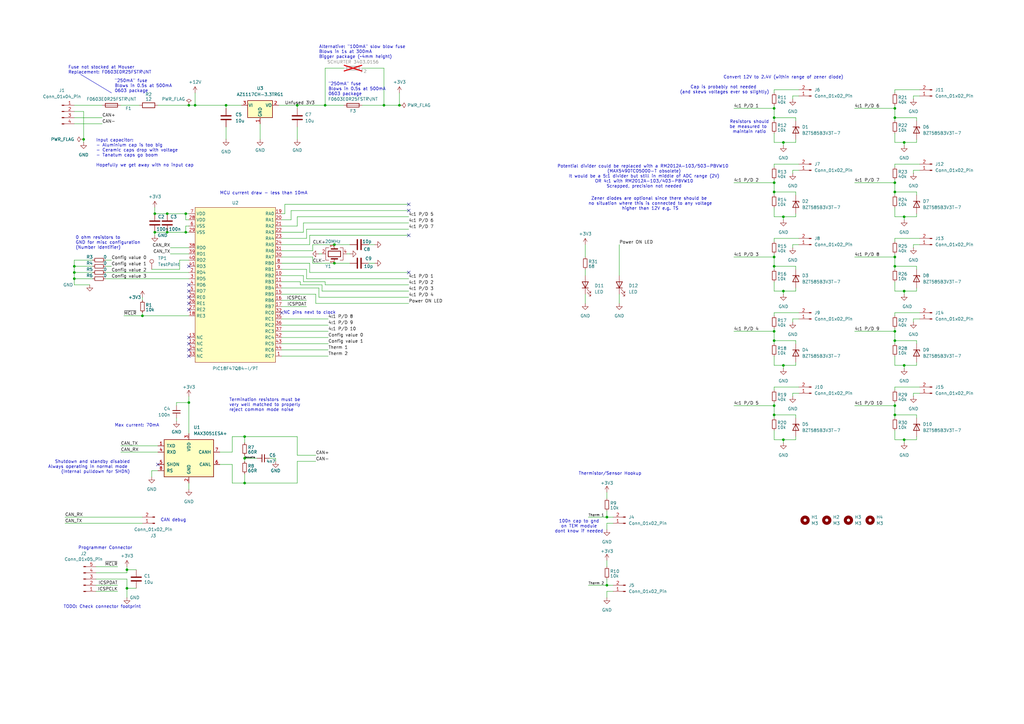
<source format=kicad_sch>
(kicad_sch (version 20231120) (generator "eeschema") (generator_version "8.0")
  (paper "A3")
  (title_block (comment 1 "STAG 11") (comment 2 "Ethan Turnbull"))
  (junction (at 52.07 233.68))
  (junction (at 370.84 180.34))
  (junction (at 367.03 105.41))
  (junction (at 63.5 95.25))
  (junction (at 317.5 44.45))
  (junction (at 100.33 187.96))
  (junction (at 63.5 87.63))
  (junction (at 367.03 48.26))
  (junction (at 248.92 212.09))
  (junction (at 133.35 43.18))
  (junction (at 367.03 44.45))
  (junction (at 370.84 149.86))
  (junction (at 370.84 88.9))
  (junction (at 317.5 74.93))
  (junction (at 367.03 135.89))
  (junction (at 30.48 109.22))
  (junction (at 321.31 149.86))
  (junction (at 370.84 119.38))
  (junction (at 321.31 88.9))
  (junction (at 317.5 48.26))
  (junction (at 317.5 170.18))
  (junction (at 100.33 179.07))
  (junction (at 76.2 95.25))
  (junction (at 68.58 95.25))
  (junction (at 317.5 135.89))
  (junction (at 77.47 165.1))
  (junction (at 367.03 139.7))
  (junction (at 77.47 43.18))
  (junction (at 367.03 74.93))
  (junction (at 163.83 43.18))
  (junction (at 367.03 166.37))
  (junction (at 68.58 87.63))
  (junction (at 137.16 107.95))
  (junction (at 367.03 170.18))
  (junction (at 34.29 57.15))
  (junction (at 248.92 240.03))
  (junction (at 121.92 43.18))
  (junction (at 58.42 129.54))
  (junction (at 317.5 78.74))
  (junction (at 52.07 241.3))
  (junction (at 80.01 43.18))
  (junction (at 30.48 114.3))
  (junction (at 367.03 78.74))
  (junction (at 321.31 58.42))
  (junction (at 317.5 105.41))
  (junction (at 321.31 180.34))
  (junction (at 367.03 109.22))
  (junction (at 92.71 43.18))
  (junction (at 317.5 139.7))
  (junction (at 370.84 58.42))
  (junction (at 30.48 111.76))
  (junction (at 137.16 100.33))
  (junction (at 317.5 109.22))
  (junction (at 321.31 119.38))
  (junction (at 100.33 198.12))
  (junction (at 317.5 166.37))
  (junction (at 76.2 87.63))
  (junction (at 157.48 43.18))
  (no_connect (at 77.47 121.92))
  (no_connect (at 77.47 138.43))
  (no_connect (at 77.47 116.84))
  (no_connect (at 77.47 140.97))
  (no_connect (at 167.64 96.52))
  (no_connect (at 167.64 83.82))
  (no_connect (at 167.64 86.36))
  (no_connect (at 64.77 190.5))
  (no_connect (at 115.57 128.27))
  (no_connect (at 77.47 119.38))
  (no_connect (at 167.64 111.76))
  (no_connect (at 77.47 146.05))
  (no_connect (at 77.47 127))
  (no_connect (at 77.47 143.51))
  (no_connect (at 77.47 124.46))
  (no_connect (at 77.47 109.22))
  (wire (pts (xy 367.03 165.1) (xy 367.03 166.37)))
  (wire (pts (xy 317.5 149.86) (xy 317.5 146.05)))
  (wire (pts (xy 367.03 180.34) (xy 367.03 176.53)))
  (wire (pts (xy 367.03 73.66) (xy 367.03 74.93)))
  (wire (pts (xy 374.65 71.12) (xy 374.65 69.85)))
  (wire (pts (xy 62.23 195.58) (xy 62.23 193.04)))
  (wire (pts (xy 90.17 190.5) (xy 95.25 190.5)))
  (wire (pts (xy 100.33 194.31) (xy 100.33 198.12)))
  (wire (pts (xy 317.5 134.62) (xy 317.5 135.89)))
  (wire (pts (xy 148.59 43.18) (xy 157.48 43.18)))
  (wire (pts (xy 370.84 180.34) (xy 370.84 181.61)))
  (wire (pts (xy 240.03 110.49) (xy 240.03 113.03)))
  (wire (pts (xy 30.48 116.84) (xy 36.83 116.84)))
  (wire (pts (xy 325.12 132.08) (xy 325.12 130.81)))
  (wire (pts (xy 39.37 237.49) (xy 52.07 237.49)))
  (wire (pts (xy 129.54 124.46) (xy 167.64 124.46)))
  (wire (pts (xy 370.84 119.38) (xy 375.92 119.38)))
  (wire (pts (xy 317.5 58.42) (xy 317.5 54.61)))
  (wire (pts (xy 125.73 110.49) (xy 115.57 110.49)))
  (wire (pts (xy 248.92 237.49) (xy 248.92 240.03)))
  (wire (pts (xy 76.2 92.71) (xy 76.2 95.25)))
  (wire (pts (xy 52.07 233.68) (xy 52.07 234.95)))
  (wire (pts (xy 370.84 119.38) (xy 370.84 120.65)))
  (wire (pts (xy 317.5 139.7) (xy 317.5 140.97)))
  (wire (pts (xy 115.57 95.25) (xy 124.46 95.25)))
  (wire (pts (xy 124.46 113.03) (xy 115.57 113.03)))
  (wire (pts (xy 121.92 88.9) (xy 121.92 92.71)))
  (wire (pts (xy 113.03 187.96) (xy 113.03 189.23)))
  (wire (pts (xy 133.35 116.84) (xy 167.64 116.84)))
  (wire (pts (xy 116.84 83.82) (xy 167.64 83.82)))
  (wire (pts (xy 326.39 88.9) (xy 326.39 87.63)))
  (wire (pts (xy 321.31 149.86) (xy 326.39 149.86)))
  (wire (pts (xy 58.42 121.92) (xy 58.42 123.19)))
  (wire (pts (xy 52.07 233.68) (xy 55.88 233.68)))
  (wire (pts (xy 77.47 165.1) (xy 77.47 177.8)))
  (wire (pts (xy 317.5 74.93) (xy 317.5 78.74)))
  (wire (pts (xy 317.5 104.14) (xy 317.5 105.41)))
  (wire (pts (xy 248.92 240.03) (xy 251.46 240.03)))
  (wire (pts (xy 30.48 111.76) (xy 38.1 111.76)))
  (wire (pts (xy 77.47 92.71) (xy 76.2 92.71)))
  (wire (pts (xy 63.5 95.25) (xy 68.58 95.25)))
  (wire (pts (xy 73.66 110.49) (xy 62.23 110.49)))
  (wire (pts (xy 119.38 86.36) (xy 119.38 90.17)))
  (wire (pts (xy 116.84 83.82) (xy 116.84 87.63)))
  (wire (pts (xy 129.54 120.65) (xy 115.57 120.65)))
  (wire (pts (xy 370.84 149.86) (xy 370.84 151.13)))
  (wire (pts (xy 326.39 109.22) (xy 326.39 110.49)))
  (wire (pts (xy 325.12 40.64) (xy 325.12 39.37)))
  (wire (pts (xy 374.65 39.37) (xy 377.19 39.37)))
  (wire (pts (xy 30.48 48.26) (xy 41.91 48.26)))
  (wire (pts (xy 30.48 50.8) (xy 41.91 50.8)))
  (wire (pts (xy 325.12 101.6) (xy 325.12 100.33)))
  (wire (pts (xy 130.81 121.92) (xy 167.64 121.92)))
  (wire (pts (xy 121.92 186.69) (xy 129.54 186.69)))
  (wire (pts (xy 127 111.76) (xy 167.64 111.76)))
  (wire (pts (xy 248.92 209.55) (xy 248.92 212.09)))
  (wire (pts (xy 100.33 187.96) (xy 105.41 187.96)))
  (wire (pts (xy 367.03 149.86) (xy 370.84 149.86)))
  (wire (pts (xy 50.8 129.54) (xy 58.42 129.54)))
  (wire (pts (xy 121.92 92.71) (xy 115.57 92.71)))
  (wire (pts (xy 367.03 109.22) (xy 367.03 110.49)))
  (wire (pts (xy 137.16 107.95) (xy 143.51 107.95)))
  (wire (pts (xy 26.67 212.09) (xy 58.42 212.09)))
  (wire (pts (xy 317.5 149.86) (xy 321.31 149.86)))
  (wire (pts (xy 375.92 78.74) (xy 375.92 80.01)))
  (wire (pts (xy 325.12 39.37) (xy 327.66 39.37)))
  (wire (pts (xy 321.31 149.86) (xy 321.31 151.13)))
  (wire (pts (xy 317.5 43.18) (xy 317.5 44.45)))
  (wire (pts (xy 374.65 130.81) (xy 377.19 130.81)))
  (wire (pts (xy 157.48 27.94) (xy 157.48 43.18)))
  (wire (pts (xy 128.27 105.41) (xy 128.27 107.95)))
  (wire (pts (xy 153.67 100.33) (xy 151.13 100.33)))
  (wire (pts (xy 375.92 149.86) (xy 375.92 148.59)))
  (wire (pts (xy 326.39 78.74) (xy 326.39 80.01)))
  (wire (pts (xy 374.65 132.08) (xy 374.65 130.81)))
  (wire (pts (xy 121.92 88.9) (xy 167.64 88.9)))
  (wire (pts (xy 121.92 198.12) (xy 121.92 189.23)))
  (wire (pts (xy 317.5 180.34) (xy 317.5 176.53)))
  (wire (pts (xy 63.5 95.25) (xy 63.5 96.52)))
  (wire (pts (xy 367.03 128.27) (xy 367.03 129.54)))
  (wire (pts (xy 350.52 44.45) (xy 367.03 44.45)))
  (wire (pts (xy 100.33 179.07) (xy 121.92 179.07)))
  (wire (pts (xy 121.92 179.07) (xy 121.92 186.69)))
  (wire (pts (xy 124.46 95.25) (xy 124.46 91.44)))
  (wire (pts (xy 325.12 162.56) (xy 325.12 161.29)))
  (wire (pts (xy 317.5 88.9) (xy 321.31 88.9)))
  (wire (pts (xy 248.92 201.93) (xy 248.92 204.47)))
  (wire (pts (xy 367.03 58.42) (xy 367.03 54.61)))
  (wire (pts (xy 317.5 180.34) (xy 321.31 180.34)))
  (wire (pts (xy 251.46 214.63) (xy 248.92 214.63)))
  (wire (pts (xy 374.65 101.6) (xy 374.65 100.33)))
  (wire (pts (xy 254 100.33) (xy 254 113.03)))
  (wire (pts (xy 370.84 88.9) (xy 370.84 90.17)))
  (wire (pts (xy 317.5 139.7) (xy 326.39 139.7)))
  (wire (pts (xy 367.03 78.74) (xy 367.03 80.01)))
  (wire (pts (xy 30.48 43.18) (xy 41.91 43.18)))
  (wire (pts (xy 39.37 234.95) (xy 52.07 234.95)))
  (wire (pts (xy 63.5 87.63) (xy 68.58 87.63)))
  (wire (pts (xy 367.03 67.31) (xy 377.19 67.31)))
  (wire (pts (xy 367.03 48.26) (xy 367.03 49.53)))
  (wire (pts (xy 350.52 105.41) (xy 367.03 105.41)))
  (wire (pts (xy 367.03 134.62) (xy 367.03 135.89)))
  (wire (pts (xy 100.33 187.96) (xy 100.33 189.23)))
  (wire (pts (xy 115.57 107.95) (xy 127 107.95)))
  (wire (pts (xy 317.5 48.26) (xy 317.5 49.53)))
  (wire (pts (xy 325.12 69.85) (xy 327.66 69.85)))
  (wire (pts (xy 133.35 27.94) (xy 140.97 27.94)))
  (wire (pts (xy 375.92 58.42) (xy 375.92 57.15)))
  (wire (pts (xy 367.03 109.22) (xy 375.92 109.22)))
  (wire (pts (xy 68.58 87.63) (xy 76.2 87.63)))
  (wire (pts (xy 251.46 242.57) (xy 248.92 242.57)))
  (wire (pts (xy 68.58 95.25) (xy 76.2 95.25)))
  (wire (pts (xy 367.03 48.26) (xy 375.92 48.26)))
  (wire (pts (xy 317.5 78.74) (xy 317.5 80.01)))
  (wire (pts (xy 317.5 88.9) (xy 317.5 85.09)))
  (wire (pts (xy 133.35 115.57) (xy 133.35 116.84)))
  (wire (pts (xy 326.39 139.7) (xy 326.39 140.97)))
  (wire (pts (xy 127 107.95) (xy 127 111.76)))
  (wire (pts (xy 321.31 88.9) (xy 326.39 88.9)))
  (wire (pts (xy 77.47 162.56) (xy 77.47 165.1)))
  (wire (pts (xy 375.92 88.9) (xy 375.92 87.63)))
  (wire (pts (xy 325.12 130.81) (xy 327.66 130.81)))
  (wire (pts (xy 72.39 166.37) (xy 72.39 165.1)))
  (wire (pts (xy 127 96.52) (xy 167.64 96.52)))
  (wire (pts (xy 321.31 119.38) (xy 326.39 119.38)))
  (wire (pts (xy 367.03 139.7) (xy 375.92 139.7)))
  (wire (pts (xy 375.92 109.22) (xy 375.92 110.49)))
  (wire (pts (xy 375.92 119.38) (xy 375.92 118.11)))
  (polyline (pts (xy 45.72 38.1) (xy 33.02 30.48)))
  (wire (pts (xy 34.29 45.72) (xy 34.29 57.15)))
  (wire (pts (xy 374.65 161.29) (xy 377.19 161.29)))
  (wire (pts (xy 374.65 40.64) (xy 374.65 39.37)))
  (wire (pts (xy 76.2 95.25) (xy 77.47 95.25)))
  (wire (pts (xy 317.5 67.31) (xy 317.5 68.58)))
  (wire (pts (xy 326.39 170.18) (xy 326.39 171.45)))
  (wire (pts (xy 127 100.33) (xy 115.57 100.33)))
  (wire (pts (xy 76.2 90.17) (xy 76.2 87.63)))
  (wire (pts (xy 115.57 125.73) (xy 125.73 125.73)))
  (wire (pts (xy 367.03 170.18) (xy 367.03 171.45)))
  (wire (pts (xy 375.92 170.18) (xy 375.92 171.45)))
  (wire (pts (xy 367.03 104.14) (xy 367.03 105.41)))
  (wire (pts (xy 317.5 128.27) (xy 327.66 128.27)))
  (wire (pts (xy 254 120.65) (xy 254 124.46)))
  (wire (pts (xy 73.66 106.68) (xy 77.47 106.68)))
  (wire (pts (xy 127 100.33) (xy 127 96.52)))
  (wire (pts (xy 128.27 107.95) (xy 137.16 107.95)))
  (wire (pts (xy 317.5 109.22) (xy 326.39 109.22)))
  (wire (pts (xy 100.33 181.61) (xy 100.33 179.07)))
  (wire (pts (xy 128.27 100.33) (xy 128.27 102.87)))
  (wire (pts (xy 153.67 107.95) (xy 151.13 107.95)))
  (wire (pts (xy 115.57 115.57) (xy 123.19 115.57)))
  (wire (pts (xy 115.57 138.43) (xy 134.62 138.43)))
  (wire (pts (xy 317.5 158.75) (xy 327.66 158.75)))
  (wire (pts (xy 248.92 212.09) (xy 251.46 212.09)))
  (wire (pts (xy 115.57 97.79) (xy 125.73 97.79)))
  (wire (pts (xy 367.03 36.83) (xy 377.19 36.83)))
  (wire (pts (xy 129.54 124.46) (xy 129.54 120.65)))
  (wire (pts (xy 30.48 45.72) (xy 34.29 45.72)))
  (wire (pts (xy 125.73 97.79) (xy 125.73 93.98)))
  (wire (pts (xy 317.5 97.79) (xy 327.66 97.79)))
  (wire (pts (xy 124.46 91.44) (xy 167.64 91.44)))
  (wire (pts (xy 69.85 101.6) (xy 77.47 101.6)))
  (wire (pts (xy 300.99 74.93) (xy 317.5 74.93)))
  (wire (pts (xy 49.53 182.88) (xy 64.77 182.88)))
  (wire (pts (xy 367.03 166.37) (xy 367.03 170.18)))
  (wire (pts (xy 39.37 240.03) (xy 48.26 240.03)))
  (wire (pts (xy 133.35 43.18) (xy 133.35 27.94)))
  (wire (pts (xy 43.18 111.76) (xy 77.47 111.76)))
  (wire (pts (xy 367.03 135.89) (xy 367.03 139.7)))
  (wire (pts (xy 137.16 100.33) (xy 143.51 100.33)))
  (wire (pts (xy 350.52 74.93) (xy 367.03 74.93)))
  (wire (pts (xy 300.99 44.45) (xy 317.5 44.45)))
  (wire (pts (xy 114.3 43.18) (xy 121.92 43.18)))
  (wire (pts (xy 240.03 120.65) (xy 240.03 124.46)))
  (wire (pts (xy 62.23 193.04) (xy 64.77 193.04)))
  (wire (pts (xy 115.57 130.81) (xy 134.62 130.81)))
  (wire (pts (xy 124.46 115.57) (xy 124.46 113.03)))
  (wire (pts (xy 95.25 198.12) (xy 100.33 198.12)))
  (wire (pts (xy 115.57 146.05) (xy 134.62 146.05)))
  (wire (pts (xy 123.19 116.84) (xy 123.19 115.57)))
  (wire (pts (xy 52.07 241.3) (xy 52.07 245.11)))
  (wire (pts (xy 321.31 180.34) (xy 326.39 180.34)))
  (wire (pts (xy 321.31 88.9) (xy 321.31 90.17)))
  (wire (pts (xy 130.81 104.14) (xy 132.08 104.14)))
  (wire (pts (xy 119.38 86.36) (xy 167.64 86.36)))
  (wire (pts (xy 132.08 116.84) (xy 132.08 119.38)))
  (wire (pts (xy 367.03 119.38) (xy 367.03 115.57)))
  (wire (pts (xy 43.18 106.68) (xy 45.72 106.68)))
  (wire (pts (xy 43.18 114.3) (xy 77.47 114.3)))
  (wire (pts (xy 326.39 180.34) (xy 326.39 179.07)))
  (wire (pts (xy 370.84 58.42) (xy 370.84 59.69)))
  (wire (pts (xy 77.47 43.18) (xy 80.01 43.18)))
  (wire (pts (xy 73.66 110.49) (xy 73.66 106.68)))
  (wire (pts (xy 326.39 119.38) (xy 326.39 118.11)))
  (wire (pts (xy 115.57 135.89) (xy 134.62 135.89)))
  (wire (pts (xy 367.03 78.74) (xy 375.92 78.74)))
  (wire (pts (xy 115.57 133.35) (xy 134.62 133.35)))
  (wire (pts (xy 167.64 114.3) (xy 125.73 114.3)))
  (wire (pts (xy 38.1 114.3) (xy 30.48 114.3)))
  (wire (pts (xy 30.48 109.22) (xy 30.48 111.76)))
  (wire (pts (xy 123.19 116.84) (xy 132.08 116.84)))
  (wire (pts (xy 121.92 43.18) (xy 121.92 44.45)))
  (wire (pts (xy 125.73 123.19) (xy 115.57 123.19)))
  (wire (pts (xy 121.92 189.23) (xy 129.54 189.23)))
  (wire (pts (xy 52.07 241.3) (xy 55.88 241.3)))
  (wire (pts (xy 367.03 158.75) (xy 367.03 160.02)))
  (wire (pts (xy 326.39 149.86) (xy 326.39 148.59)))
  (wire (pts (xy 116.84 87.63) (xy 115.57 87.63)))
  (wire (pts (xy 58.42 129.54) (xy 77.47 129.54)))
  (wire (pts (xy 375.92 180.34) (xy 375.92 179.07)))
  (wire (pts (xy 64.77 43.18) (xy 77.47 43.18)))
  (wire (pts (xy 367.03 119.38) (xy 370.84 119.38)))
  (wire (pts (xy 321.31 58.42) (xy 321.31 59.69)))
  (wire (pts (xy 374.65 162.56) (xy 374.65 161.29)))
  (wire (pts (xy 317.5 97.79) (xy 317.5 99.06)))
  (wire (pts (xy 367.03 97.79) (xy 377.19 97.79)))
  (wire (pts (xy 77.47 90.17) (xy 76.2 90.17)))
  (wire (pts (xy 30.48 114.3) (xy 30.48 116.84)))
  (wire (pts (xy 148.59 27.94) (xy 157.48 27.94)))
  (wire (pts (xy 241.3 240.03) (xy 248.92 240.03)))
  (wire (pts (xy 49.53 43.18) (xy 57.15 43.18)))
  (wire (pts (xy 367.03 128.27) (xy 377.19 128.27)))
  (wire (pts (xy 300.99 166.37) (xy 317.5 166.37)))
  (wire (pts (xy 367.03 36.83) (xy 367.03 38.1)))
  (wire (pts (xy 321.31 180.34) (xy 321.31 181.61)))
  (wire (pts (xy 317.5 67.31) (xy 327.66 67.31)))
  (wire (pts (xy 367.03 58.42) (xy 370.84 58.42)))
  (wire (pts (xy 325.12 161.29) (xy 327.66 161.29)))
  (wire (pts (xy 248.92 214.63) (xy 248.92 217.17)))
  (wire (pts (xy 38.1 106.68) (xy 30.48 106.68)))
  (wire (pts (xy 133.35 43.18) (xy 140.97 43.18)))
  (wire (pts (xy 317.5 58.42) (xy 321.31 58.42)))
  (wire (pts (xy 95.25 179.07) (xy 100.33 179.07)))
  (wire (pts (xy 317.5 119.38) (xy 321.31 119.38)))
  (wire (pts (xy 317.5 170.18) (xy 317.5 171.45)))
  (wire (pts (xy 317.5 158.75) (xy 317.5 160.02)))
  (wire (pts (xy 58.42 128.27) (xy 58.42 129.54)))
  (wire (pts (xy 375.92 139.7) (xy 375.92 140.97)))
  (wire (pts (xy 317.5 36.83) (xy 327.66 36.83)))
  (wire (pts (xy 317.5 128.27) (xy 317.5 129.54)))
  (wire (pts (xy 34.29 58.42) (xy 34.29 57.15)))
  (wire (pts (xy 119.38 90.17) (xy 115.57 90.17)))
  (wire (pts (xy 317.5 44.45) (xy 317.5 48.26)))
  (wire (pts (xy 121.92 43.18) (xy 133.35 43.18)))
  (wire (pts (xy 30.48 109.22) (xy 38.1 109.22)))
  (wire (pts (xy 370.84 149.86) (xy 375.92 149.86)))
  (wire (pts (xy 326.39 58.42) (xy 326.39 57.15)))
  (wire (pts (xy 367.03 139.7) (xy 367.03 140.97)))
  (wire (pts (xy 317.5 36.83) (xy 317.5 38.1)))
  (wire (pts (xy 317.5 170.18) (xy 326.39 170.18)))
  (wire (pts (xy 325.12 100.33) (xy 327.66 100.33)))
  (wire (pts (xy 317.5 105.41) (xy 317.5 109.22)))
  (wire (pts (xy 132.08 119.38) (xy 167.64 119.38)))
  (wire (pts (xy 49.53 185.42) (xy 64.77 185.42)))
  (wire (pts (xy 367.03 88.9) (xy 367.03 85.09)))
  (wire (pts (xy 115.57 143.51) (xy 134.62 143.51)))
  (wire (pts (xy 367.03 74.93) (xy 367.03 78.74)))
  (wire (pts (xy 95.25 190.5) (xy 95.25 198.12)))
  (wire (pts (xy 370.84 58.42) (xy 375.92 58.42)))
  (wire (pts (xy 300.99 105.41) (xy 317.5 105.41)))
  (wire (pts (xy 367.03 97.79) (xy 367.03 99.06)))
  (wire (pts (xy 240.03 100.33) (xy 240.03 105.41)))
  (wire (pts (xy 95.25 179.07) (xy 95.25 185.42)))
  (wire (pts (xy 39.37 242.57) (xy 48.26 242.57)))
  (wire (pts (xy 367.03 180.34) (xy 370.84 180.34)))
  (wire (pts (xy 350.52 166.37) (xy 367.03 166.37)))
  (wire (pts (xy 125.73 93.98) (xy 167.64 93.98)))
  (wire (pts (xy 30.48 111.76) (xy 30.48 114.3)))
  (wire (pts (xy 92.71 52.07) (xy 92.71 57.15)))
  (wire (pts (xy 130.81 118.11) (xy 115.57 118.11)))
  (wire (pts (xy 92.71 43.18) (xy 92.71 44.45)))
  (wire (pts (xy 121.92 52.07) (xy 121.92 57.15)))
  (wire (pts (xy 374.65 69.85) (xy 377.19 69.85)))
  (wire (pts (xy 80.01 38.1) (xy 80.01 43.18)))
  (wire (pts (xy 300.99 135.89) (xy 317.5 135.89)))
  (wire (pts (xy 370.84 88.9) (xy 375.92 88.9)))
  (wire (pts (xy 90.17 185.42) (xy 95.25 185.42)))
  (wire (pts (xy 142.24 104.14) (xy 143.51 104.14)))
  (wire (pts (xy 326.39 48.26) (xy 326.39 49.53)))
  (wire (pts (xy 63.5 85.09) (xy 63.5 87.63)))
  (wire (pts (xy 80.01 43.18) (xy 92.71 43.18)))
  (wire (pts (xy 128.27 100.33) (xy 137.16 100.33)))
  (wire (pts (xy 115.57 140.97) (xy 134.62 140.97)))
  (wire (pts (xy 317.5 119.38) (xy 317.5 115.57)))
  (wire (pts (xy 72.39 165.1) (xy 77.47 165.1)))
  (wire (pts (xy 367.03 88.9) (xy 370.84 88.9)))
  (wire (pts (xy 163.83 38.1) (xy 163.83 43.18)))
  (wire (pts (xy 317.5 165.1) (xy 317.5 166.37)))
  (wire (pts (xy 367.03 170.18) (xy 375.92 170.18)))
  (wire (pts (xy 124.46 115.57) (xy 133.35 115.57)))
  (wire (pts (xy 321.31 58.42) (xy 326.39 58.42)))
  (wire (pts (xy 100.33 198.12) (xy 121.92 198.12)))
  (wire (pts (xy 92.71 43.18) (xy 99.06 43.18)))
  (wire (pts (xy 317.5 166.37) (xy 317.5 170.18)))
  (wire (pts (xy 52.07 232.41) (xy 52.07 233.68)))
  (wire (pts (xy 375.92 48.26) (xy 375.92 49.53)))
  (wire (pts (xy 43.18 109.22) (xy 45.72 109.22)))
  (wire (pts (xy 76.2 87.63) (xy 77.47 87.63)))
  (wire (pts (xy 72.39 171.45) (xy 72.39 172.72)))
  (wire (pts (xy 69.85 104.14) (xy 77.47 104.14)))
  (wire (pts (xy 370.84 180.34) (xy 375.92 180.34)))
  (wire (pts (xy 325.12 71.12) (xy 325.12 69.85)))
  (wire (pts (xy 39.37 232.41) (xy 48.26 232.41)))
  (wire (pts (xy 157.48 43.18) (xy 163.83 43.18)))
  (wire (pts (xy 115.57 102.87) (xy 128.27 102.87)))
  (wire (pts (xy 367.03 43.18) (xy 367.03 44.45)))
  (wire (pts (xy 367.03 67.31) (xy 367.03 68.58)))
  (wire (pts (xy 248.92 229.87) (xy 248.92 232.41)))
  (wire (pts (xy 30.48 106.68) (xy 30.48 109.22)))
  (wire (pts (xy 100.33 186.69) (xy 100.33 187.96)))
  (wire (pts (xy 110.49 187.96) (xy 113.03 187.96)))
  (wire (pts (xy 26.67 214.63) (xy 58.42 214.63)))
  (wire (pts (xy 317.5 78.74) (xy 326.39 78.74)))
  (wire (pts (xy 115.57 105.41) (xy 128.27 105.41)))
  (wire (pts (xy 317.5 48.26) (xy 326.39 48.26)))
  (wire (pts (xy 367.03 44.45) (xy 367.03 48.26)))
  (wire (pts (xy 317.5 135.89) (xy 317.5 139.7)))
  (wire (pts (xy 367.03 158.75) (xy 377.19 158.75)))
  (wire (pts (xy 367.03 149.86) (xy 367.03 146.05)))
  (wire (pts (xy 77.47 198.12) (xy 77.47 200.66)))
  (wire (pts (xy 317.5 109.22) (xy 317.5 110.49)))
  (wire (pts (xy 125.73 114.3) (xy 125.73 110.49)))
  (wire (pts (xy 317.5 73.66) (xy 317.5 74.93)))
  (wire (pts (xy 248.92 242.57) (xy 248.92 245.11)))
  (wire (pts (xy 321.31 119.38) (xy 321.31 120.65)))
  (wire (pts (xy 241.3 212.09) (xy 248.92 212.09)))
  (wire (pts (xy 350.52 135.89) (xy 367.03 135.89)))
  (wire (pts (xy 130.81 121.92) (xy 130.81 118.11)))
  (wire (pts (xy 367.03 105.41) (xy 367.03 109.22)))
  (wire (pts (xy 106.68 50.8) (xy 106.68 57.15)))
  (wire (pts (xy 52.07 237.49) (xy 52.07 241.3)))
  (wire (pts (xy 374.65 100.33) (xy 377.19 100.33)))
  (text "Input capacitor:\n- Aluminium cap is too big\n- Ceramic caps drop with voltage\n- Tanatum caps go boom\n\nHopefully we get away with no input cap" (at 39.37 68.58 0) (effects (font (size 1.27 1.27)) (justify left bottom)))
  (text "Shutdown and standby disabled\nAlways operating in normal mode \n(Internal pulldown for SHDN)" (at 53.34 194.31 0) (effects (font (size 1.27 1.27)) (justify right bottom)))
  (text "Potential divider could be replaced with a RM2012A-103/503-PBVW10 \n(MAX5490TC05000-T obsolete)\nIt would be a 5:1 divider but still in middle of ADC range (2V)\nOR 4:1 with RM2012A-103/403-PBVW10\nScrapped, precision not needed" (at 264.16 72.39 0) (effects (font (size 1.27 1.27))))
  (text "Cap is probably not needed \n(and skews voltages ever so slightly)" (at 297.18 36.83 0) (effects (font (size 1.27 1.27))))
  (text "Max current: 70mA" (at 46.99 175.26 0) (effects (font (size 1.27 1.27)) (justify left bottom)))
  (text "\"250mA\" fuse\nBlows in 0.5s at 500mA\n0603 package" (at 134.62 39.37 0) (effects (font (size 1.27 1.27)) (justify left bottom)))
  (text "Termination resistors must be \nvery well matched to properly \nreject common mode noise" (at 93.98 168.91 0) (effects (font (size 1.27 1.27)) (justify left bottom)))
  (text "TODO: Check connector footprint" (at 41.91 248.92 0) (effects (font (size 1.27 1.27))))
  (text "Fuse not stocked at Mouser\nReplacement: F0603E0R25FSTR\\INT" (at 27.94 30.48 0) (effects (font (size 1.27 1.27)) (justify left bottom)))
  (text "Zener diodes are optional since there should be \nno situation where this is connected to any voltage\nhigher than 12V e.g. TS" (at 266.7 83.566 0) (effects (font (size 1.27 1.27))))
  (text "Convert 12V to 2.4V (within range of zener diode)" (at 321.31 31.75 0) (effects (font (size 1.27 1.27))))
  (text "NC pins next to clock" (at 127 128.27 0) (effects (font (size 1.27 1.27))))
  (text "0 ohm resistors to\nGND for misc configuration\n(Number Identifier)" (at 30.988 102.362 0) (effects (font (size 1.27 1.27)) (justify left bottom)))
  (text "100n cap to gnd\non TEM module\ndont know if needed" (at 237.49 215.9 0) (effects (font (size 1.27 1.27))))
  (text "\"250mA\" fuse\nBlows in 0.5s at 500mA\n0603 package" (at 46.99 38.1 0) (effects (font (size 1.27 1.27)) (justify left bottom)))
  (text "MCU current draw - less than 10mA" (at 90.17 80.01 0) (effects (font (size 1.27 1.27)) (justify left bottom)))
  (text "CAN debug" (at 71.12 213.36 0) (effects (font (size 1.27 1.27))))
  (text "Resistors should\nbe measured to \nmaintain ratio" (at 307.34 52.07 0) (effects (font (size 1.27 1.27))))
  (text "Programmer Connector" (at 43.18 224.79 0) (effects (font (size 1.27 1.27))))
  (text "Alternative: \"100mA\" slow blow fuse\nBlows in 1s at 300mA\nBigger package (~4mm height)" (at 130.81 24.13 0) (effects (font (size 1.27 1.27)) (justify left bottom)))
  (text "Thermistor/Sensor Hookup" (at 250.19 194.31 0) (effects (font (size 1.27 1.27))))
  (label "4:1 P{slash}D 8" (at 134.62 130.81 0))
  (label "ICSPDAT" (at 48.26 240.03 180))
  (label "Config value 1" (at 45.72 109.22 0))
  (label "4:1 P{slash}D 5" (at 167.64 88.9 0))
  (label "Config value 0" (at 134.62 138.43 0))
  (label "Therm 1" (at 241.3 212.09 0) (effects (font (size 1.016 1.016))))
  (label "Config value 0" (at 45.72 106.68 0))
  (label "Therm 2" (at 134.62 146.05 0))
  (label "Power ON LED" (at 167.64 124.46 0))
  (label "CAN_RX" (at 69.85 101.6 180))
  (label "4:1 P{slash}D 9" (at 350.52 135.89 0))
  (label "CLK+" (at 128.27 100.33 0))
  (label "~{MCLR}" (at 50.8 129.54 0))
  (label "4:1 P{slash}D 5" (at 300.99 166.37 0))
  (label "4:1 P{slash}D 7" (at 167.64 93.98 0))
  (label "CAN_RX" (at 26.67 212.09 0))
  (label "Decoupling" (at 100.33 187.96 0) (effects (font (size 0.508 0.508))))
  (label "CAN_RX" (at 49.53 185.42 0))
  (label "4:1 P{slash}D 8" (at 350.52 105.41 0))
  (label "~{MCLR}" (at 48.26 232.41 180))
  (label "4:1 P{slash}D 10" (at 134.62 135.89 0))
  (label "Config value 2" (at 45.72 111.76 0))
  (label "ICSPCLK" (at 125.73 123.19 180))
  (label "Therm 2" (at 241.3 240.03 0) (effects (font (size 1.016 1.016))))
  (label "CAN-" (at 41.91 50.8 0))
  (label "ICSPDAT" (at 125.73 125.73 180))
  (label "4:1 P{slash}D 1" (at 167.64 114.3 0))
  (label "CAN_TX" (at 26.67 214.63 0))
  (label "4:1 P{slash}D 9" (at 134.62 133.35 0))
  (label "4:1 P{slash}D 2" (at 167.64 116.84 0))
  (label "Config value 1" (at 134.62 140.97 0))
  (label "4:1 P{slash}D 4" (at 300.99 135.89 0))
  (label "4:1 P{slash}D 4" (at 167.64 121.92 0))
  (label "4:1 P{slash}D 6" (at 167.64 91.44 0))
  (label "Therm 1" (at 134.62 143.51 0))
  (label "4:1 P{slash}D 1" (at 300.99 44.45 0))
  (label "4:1 P{slash}D 3" (at 167.64 119.38 0))
  (label "4:1 P{slash}D 10" (at 350.52 166.37 0))
  (label "Power ON LED" (at 254 100.33 0))
  (label "CLK-" (at 128.27 107.95 0))
  (label "CAN_TX" (at 49.53 182.88 0))
  (label "Unfused 3V3" (at 116.84 43.18 0))
  (label "4:1 P{slash}D 6" (at 350.52 44.45 0))
  (label "CAN_TX" (at 69.85 104.14 180))
  (label "4:1 P{slash}D 2" (at 300.99 74.93 0))
  (label "4:1 P{slash}D 7" (at 350.52 74.93 0))
  (label "4:1 P{slash}D 3" (at 300.99 105.41 0))
  (label "Config value 3" (at 45.72 114.3 0))
  (label "CAN+" (at 129.54 186.69 0))
  (label "ICSPCLK" (at 48.26 242.57 180))
  (label "CAN-" (at 129.54 189.23 0))
  (label "CAN+" (at 41.91 48.26 0))
  (symbol (lib_id "Device:R_Small") (at 367.03 40.64 180) (unit 1)
    (property "Reference" "R21" (at 368.3 40.005 0) (effects (justify right)))
    (property "Value" "40k" (at 368.3 41.91 0) (effects (justify right)))
    (property "Footprint" "Resistor_SMD:R_0805_2012Metric_Pad1.20x1.40mm_HandSolder" (effects (hide yes)))
    (property "Datasheet" "https://www.mouser.co.uk/datasheet/2/427/dcrcwife3-1761849.pdf" (effects (hide yes)))
    (property "Optional" "True" (effects (hide yes)))
    (property "Supplier" "Mouser" (effects (hide yes)))
    (property "Manufacturer_Part_Number" "CRCW080540K0FKEA" (effects (hide yes)))
    (property "Mouser Part Number" "71-CRCW080540K0FKEA" (effects (hide yes)))
  )
  (symbol (lib_id "Device:R_Small") (at 317.5 143.51 180) (unit 1)
    (property "Reference" "R18" (at 318.77 142.875 0) (effects (justify right)))
    (property "Value" "10k" (at 318.77 144.78 0) (effects (justify right)))
    (property "Footprint" "Resistor_SMD:R_0805_2012Metric_Pad1.20x1.40mm_HandSolder" (effects (hide yes)))
    (property "Datasheet" "https://www.mouser.co.uk/datasheet/2/427/dcrcwife3-1761849.pdf" (effects (hide yes)))
    (property "Optional" "True" (effects (hide yes)))
    (property "Supplier" "Mouser" (effects (hide yes)))
    (property "Manufacturer_Part_Number" "CRGH0805F12R" (effects (hide yes)))
    (property "Mouser Part Number" "279-CRGH0805F12R" (effects (hide yes)))
  )
  (symbol (lib_id "power:GND") (at 106.68 57.15 0) (unit 1)
    (property "Reference" "#PWR014" (effects (hide yes)))
    (property "Value" "GND" (at 106.68 61.595 0))
  )
  (symbol (lib_id "Connector:Conn_01x02_Pin") (at 382.27 100.33 180) (unit 1)
    (property "Reference" "J13" (at 383.54 97.7899 0) (effects (justify right)))
    (property "Value" "Conn_01x02_Pin" (at 383.54 100.3299 0) (effects (justify right)))
    (property "Footprint" "Connector_Molex:Molex_Micro-Fit_3.0_43045-0200_2x01_P3.00mm_Horizontal" (effects (hide yes)))
    (property "Description" "Generic connector, single row, 01x02, script generated" (effects (hide yes)))
    (property "Manufacturer_Part_Number" "43045-0200" (effects (hide yes)))
    (property "Mouser Part Number" "538-43045-0200" (effects (hide yes)))
  )
  (symbol (lib_id "power:GND") (at 77.47 200.66 0) (unit 1)
    (property "Reference" "#PWR011" (effects (hide yes)))
    (property "Value" "GND" (at 77.47 205.74 0))
  )
  (symbol (lib_id "Device:LED") (at 240.03 116.84 90) (unit 1)
    (property "Reference" "D11" (at 243.84 117.1574 90) (effects (justify right)))
    (property "Value" "LED" (at 243.84 119.6974 90) (effects (justify right)))
    (property "Footprint" "LED_SMD:LED_0603_1608Metric_Pad1.05x0.95mm_HandSolder" (effects (hide yes)))
    (property "Datasheet" "https://www.mouser.co.uk/datasheet/2/588/ams_OSRAM_08_29_2024_4386966-3499010.pdf" (effects (hide yes)))
    (property "Description" "Light emitting diode" (effects (hide yes)))
    (property "Mouser Part Number" "720-P412P1R258A8J802" (effects (hide yes)))
    (property "Manufacturer_Part_Number" "KS EELP41.22-P1R2-58-A8J8-020-R18" (effects (hide yes)))
  )
  (symbol (lib_id "Device:R_Small") (at 58.42 125.73 180) (unit 1)
    (property "Reference" "R1" (at 59.69 125.095 0) (effects (justify right)))
    (property "Value" "10k" (at 59.69 127 0) (effects (justify right)))
    (property "Footprint" "Resistor_SMD:R_0805_2012Metric_Pad1.20x1.40mm_HandSolder" (effects (hide yes)))
    (property "Datasheet" "https://www.mouser.co.uk/datasheet/2/427/dcrcwife3-1761849.pdf" (effects (hide yes)))
    (property "Optional" "True" (effects (hide yes)))
    (property "Supplier" "Mouser" (effects (hide yes)))
    (property "Manufacturer_Part_Number" "CRGH0805F12R" (effects (hide yes)))
    (property "Mouser Part Number" "279-CRGH0805F12R" (effects (hide yes)))
  )
  (symbol (lib_id "Device:C_Small") (at 107.95 187.96 90) (unit 1)
    (property "Reference" "C6" (at 111.76 186.69 90))
    (property "Value" "4n7" (at 111.125 189.23 90))
    (property "Footprint" "Capacitor_SMD:C_0805_2012Metric_Pad1.18x1.45mm_HandSolder" (effects (hide yes)))
    (property "Datasheet" "https://www.mouser.co.uk/datasheet/2/212/1/KEM_C1076_X7R_HV_AUTO_SMD-1093301.pdf" (effects (hide yes)))
    (property "Optional" "True" (effects (hide yes)))
    (property "Order Code" "80-C0805C472KBRAUTO" (effects (hide yes)))
    (property "Supplier" "Mouser" (effects (hide yes)))
    (property "Manufacturer_Part_Number" "KAM21BR71H472KM" (effects (hide yes)))
    (property "Mouser Part Number" "581-KAM21BR71H472KM" (effects (hide yes)))
  )
  (symbol (lib_id "Device:R_Small") (at 317.5 40.64 180) (unit 1)
    (property "Reference" "R11" (at 318.77 40.005 0) (effects (justify right)))
    (property "Value" "40k" (at 318.77 41.91 0) (effects (justify right)))
    (property "Footprint" "Resistor_SMD:R_0805_2012Metric_Pad1.20x1.40mm_HandSolder" (effects (hide yes)))
    (property "Datasheet" "https://www.mouser.co.uk/datasheet/2/427/dcrcwife3-1761849.pdf" (effects (hide yes)))
    (property "Optional" "True" (effects (hide yes)))
    (property "Supplier" "Mouser" (effects (hide yes)))
    (property "Manufacturer_Part_Number" "CRCW080540K0FKEA" (effects (hide yes)))
    (property "Mouser Part Number" "71-CRCW080540K0FKEA" (effects (hide yes)))
  )
  (symbol (lib_id "Device:C") (at 121.92 48.26 0) (unit 1)
    (property "Reference" "C7" (at 125.095 46.99 0) (effects (justify left)))
    (property "Value" "10u" (at 125.095 49.53 0) (effects (justify left)))
    (property "Footprint" "Capacitor_SMD:C_0805_2012Metric_Pad1.18x1.45mm_HandSolder" (effects (hide yes)))
    (property "Description" "ESR < 10R" (effects (hide yes)))
    (property "Manufacturer_Part_Number" "GRT21BC71E106KE13L" (effects (hide yes)))
    (property "Mouser Part Number" "81-GRT21BC71E106KE13" (effects (hide yes)))
  )
  (symbol (lib_id "Device:R_Small") (at 248.92 207.01 180) (unit 1)
    (property "Reference" "R9" (at 250.19 206.375 0) (effects (justify right)))
    (property "Value" "10k" (at 250.19 208.28 0) (effects (justify right)))
    (property "Footprint" "Resistor_SMD:R_0805_2012Metric_Pad1.20x1.40mm_HandSolder" (effects (hide yes)))
    (property "Datasheet" "https://www.mouser.co.uk/datasheet/2/427/dcrcwife3-1761849.pdf" (effects (hide yes)))
    (property "Optional" "True" (effects (hide yes)))
    (property "Supplier" "Mouser" (effects (hide yes)))
    (property "Manufacturer_Part_Number" "CRGH0805F12R" (effects (hide yes)))
    (property "Mouser Part Number" "279-CRGH0805F12R" (effects (hide yes)))
  )
  (symbol (lib_id "Connector:Conn_01x02_Pin") (at 382.27 39.37 180) (unit 1)
    (property "Reference" "J11" (at 383.54 36.8299 0) (effects (justify right)))
    (property "Value" "Conn_01x02_Pin" (at 383.54 39.3699 0) (effects (justify right)))
    (property "Footprint" "Connector_Molex:Molex_Micro-Fit_3.0_43045-0200_2x01_P3.00mm_Horizontal" (effects (hide yes)))
    (property "Description" "Generic connector, single row, 01x02, script generated" (effects (hide yes)))
    (property "Manufacturer_Part_Number" "43045-0200" (effects (hide yes)))
    (property "Mouser Part Number" "538-43045-0200" (effects (hide yes)))
  )
  (symbol (lib_id "Device:C") (at 63.5 91.44 0) (unit 1)
    (property "Reference" "C2" (at 64.77 88.9 0) (effects (justify left)))
    (property "Value" "100n" (at 64.135 93.98 0) (effects (justify left)))
    (property "Footprint" "Capacitor_SMD:C_0805_2012Metric_Pad1.18x1.45mm_HandSolder" (effects (hide yes)))
    (property "Manufacturer_Part_Number" "KAM21BR71H104JM" (effects (hide yes)))
    (property "Mouser Part Number" "581-KAM21BR71H104JM" (effects (hide yes)))
  )
  (symbol (lib_id "Device:R_Small") (at 40.64 111.76 270) (unit 1)
    (property "Reference" "R5" (at 38.1 110.49 90) (effects (justify right)))
    (property "Value" "0" (at 43.815 110.49 90) (effects (justify right)))
    (property "Footprint" "Resistor_SMD:R_0805_2012Metric_Pad1.20x1.40mm_HandSolder" (effects (hide yes)))
    (property "Optional" "True" (effects (hide yes)))
    (property "Supplier" "Mouser" (effects (hide yes)))
    (property "Manufacturer_Part_Number" "CR0805AJ/-000EAS" (effects (hide yes)))
    (property "Mouser Part Number" "652-CR0805AJ/-000EAS" (effects (hide yes)))
  )
  (symbol (lib_id "SUFST:PIC18F47Q84-I/PT") (at 96.52 116.84 0) (mirror y) (unit 1)
    (property "Reference" "U2" (at 96.52 83.185 0))
    (property "Value" "PIC18F47Q84-I/PT" (at 96.52 151.13 0))
    (property "Footprint" "Package_QFP:TQFP-44_10x10mm_P0.8mm" (effects (hide yes)))
    (property "Datasheet" "https://www.microchip.com/en-us/product/pic18f47q84#document-table" (effects (hide yes)))
    (property "Manufacturer_Part_Number" "PIC18F47Q84-I/PT" (effects (hide yes)))
    (property "Mouser Part Number" "579-PIC18F47Q84-I/PT" (effects (hide yes)))
  )
  (symbol (lib_id "Device:D_Zener") (at 326.39 175.26 270) (unit 1)
    (property "Reference" "D5" (at 328.93 173.9899 90) (effects (justify left)))
    (property "Value" "BZT585B3V3T-7" (at 328.93 176.5299 90) (effects (justify left)))
    (property "Footprint" "Diode_SMD:D_SOD-523" (effects (hide yes)))
    (property "Datasheet" "https://www.diodes.com//assets/Datasheets/BZT585BxVxT.pdf" (effects (hide yes)))
    (property "Description" "Diodes Inc BZT585B3V3T-7 Zener Diode, 3.3V +/-2% 350 mW SMT 2-Pin SOD-523" (effects (hide yes)))
    (property "Height" "0.65" (effects (hide yes)))
    (property "Mouser Part Number" "621-BZT585B3V3T-7" (effects (hide yes)))
    (property "Mouser Price/Stock" "https://www.mouser.co.uk/ProductDetail/Diodes-Incorporated/BZT585B3V3T-7?qs=bLNvM6dkO6SLQKLMisQhRA%3D%3D" (effects (hide yes)))
    (property "Manufacturer_Name" "Diodes Incorporated" (effects (hide yes)))
    (property "Manufacturer_Part_Number" "BZT585B3V3T-7" (effects (hide yes)))
  )
  (symbol (lib_id "Connector:Conn_01x02_Pin") (at 332.74 100.33 180) (unit 1)
    (property "Reference" "J8" (at 334.01 97.7899 0) (effects (justify right)))
    (property "Value" "Conn_01x02_Pin" (at 334.01 100.3299 0) (effects (justify right)))
    (property "Footprint" "Connector_Molex:Molex_Micro-Fit_3.0_43045-0200_2x01_P3.00mm_Horizontal" (effects (hide yes)))
    (property "Description" "Generic connector, single row, 01x02, script generated" (effects (hide yes)))
    (property "Manufacturer_Part_Number" "43045-0200" (effects (hide yes)))
    (property "Mouser Part Number" "538-43045-0200" (effects (hide yes)))
  )
  (symbol (lib_id "Mechanical:MountingHole") (at 356.87 213.36 0) (unit 1)
    (property "Reference" "H4" (at 359.41 212.0899 0) (effects (justify left)))
    (property "Value" "M3" (at 359.41 214.6299 0) (effects (justify left)))
    (property "Footprint" "MountingHole:MountingHole_3.2mm_M3" (effects (hide yes)))
    (property "Optional" "False" (effects (hide yes)))
  )
  (symbol (lib_id "Connector:Conn_01x02_Pin") (at 382.27 161.29 180) (unit 1)
    (property "Reference" "J15" (at 383.54 158.7499 0) (effects (justify right)))
    (property "Value" "Conn_01x02_Pin" (at 383.54 161.2899 0) (effects (justify right)))
    (property "Footprint" "Connector_Molex:Molex_Micro-Fit_3.0_43045-0200_2x01_P3.00mm_Horizontal" (effects (hide yes)))
    (property "Description" "Generic connector, single row, 01x02, script generated" (effects (hide yes)))
    (property "Manufacturer_Part_Number" "43045-0200" (effects (hide yes)))
    (property "Mouser Part Number" "538-43045-0200" (effects (hide yes)))
  )
  (symbol (lib_id "Connector:Conn_01x02_Pin") (at 382.27 69.85 180) (unit 1)
    (property "Reference" "J12" (at 383.54 67.3099 0) (effects (justify right)))
    (property "Value" "Conn_01x02_Pin" (at 383.54 69.8499 0) (effects (justify right)))
    (property "Footprint" "Connector_Molex:Molex_Micro-Fit_3.0_43045-0200_2x01_P3.00mm_Horizontal" (effects (hide yes)))
    (property "Description" "Generic connector, single row, 01x02, script generated" (effects (hide yes)))
    (property "Manufacturer_Part_Number" "43045-0200" (effects (hide yes)))
    (property "Mouser Part Number" "538-43045-0200" (effects (hide yes)))
  )
  (symbol (lib_name "GND_3") (lib_id "power:GND") (at 321.31 90.17 0) (unit 1)
    (property "Reference" "#PWR027" (effects (hide yes)))
    (property "Value" "GND" (at 321.31 95.25 0))
    (property "Description" "Power symbol creates a global label with name \"GND\" , ground" (effects (hide yes)))
  )
  (symbol (lib_id "power:+3V3") (at 77.47 162.56 0) (unit 1)
    (property "Reference" "#PWR010" (effects (hide yes)))
    (property "Value" "+3V3" (at 77.47 158.75 0))
  )
  (symbol (lib_id "Device:D_Zener") (at 326.39 114.3 270) (unit 1)
    (property "Reference" "D3" (at 328.93 113.0299 90) (effects (justify left)))
    (property "Value" "BZT585B3V3T-7" (at 328.93 115.5699 90) (effects (justify left)))
    (property "Footprint" "Diode_SMD:D_SOD-523" (effects (hide yes)))
    (property "Datasheet" "https://www.diodes.com//assets/Datasheets/BZT585BxVxT.pdf" (effects (hide yes)))
    (property "Description" "Diodes Inc BZT585B3V3T-7 Zener Diode, 3.3V +/-2% 350 mW SMT 2-Pin SOD-523" (effects (hide yes)))
    (property "Height" "0.65" (effects (hide yes)))
    (property "Mouser Part Number" "621-BZT585B3V3T-7" (effects (hide yes)))
    (property "Mouser Price/Stock" "https://www.mouser.co.uk/ProductDetail/Diodes-Incorporated/BZT585B3V3T-7?qs=bLNvM6dkO6SLQKLMisQhRA%3D%3D" (effects (hide yes)))
    (property "Manufacturer_Name" "Diodes Incorporated" (effects (hide yes)))
    (property "Manufacturer_Part_Number" "BZT585B3V3T-7" (effects (hide yes)))
  )
  (symbol (lib_id "Device:R_Small") (at 367.03 113.03 180) (unit 1)
    (property "Reference" "R26" (at 368.3 112.395 0) (effects (justify right)))
    (property "Value" "10k" (at 368.3 114.3 0) (effects (justify right)))
    (property "Footprint" "Resistor_SMD:R_0805_2012Metric_Pad1.20x1.40mm_HandSolder" (effects (hide yes)))
    (property "Datasheet" "https://www.mouser.co.uk/datasheet/2/427/dcrcwife3-1761849.pdf" (effects (hide yes)))
    (property "Optional" "True" (effects (hide yes)))
    (property "Supplier" "Mouser" (effects (hide yes)))
    (property "Manufacturer_Part_Number" "CRGH0805F12R" (effects (hide yes)))
    (property "Mouser Part Number" "279-CRGH0805F12R" (effects (hide yes)))
  )
  (symbol (lib_id "power:+3V3") (at 248.92 229.87 0) (unit 1)
    (property "Reference" "#PWR024" (effects (hide yes)))
    (property "Value" "+3V3" (at 248.92 226.06 0))
  )
  (symbol (lib_id "Device:Crystal_GND24") (at 137.16 104.14 90) (unit 1)
    (property "Reference" "Y1" (at 134.62 109.22 90))
    (property "Value" "20MHz" (at 136.525 99.06 90))
    (property "Footprint" "Crystal:Crystal_SMD_SeikoEpson_FA128-4Pin_2.0x1.6mm" (effects (hide yes)))
    (property "Datasheet" "https://www.mouser.co.uk/datasheet/2/137/FA_128_en-931416.pdf" (effects (hide yes)))
    (property "Manufacturer_Part_Number" "FA-128 20.00M-A0AAYYG80RE0" (effects (hide yes)))
    (property "Mouser Part Number" "732-FA12820A0AAYYG80" (effects (hide yes)))
  )
  (symbol (lib_id "power:+12V") (at 80.01 38.1 0) (unit 1)
    (property "Reference" "#PWR012" (effects (hide yes)))
    (property "Value" "+12V" (at 80.01 33.655 0))
  )
  (symbol (lib_name "GND_2") (lib_id "power:GND") (at 325.12 71.12 0) (unit 1)
    (property "Reference" "#PWR032" (effects (hide yes)))
    (property "Value" "GND" (at 325.12 76.2 0))
    (property "Description" "Power symbol creates a global label with name \"GND\" , ground" (effects (hide yes)))
  )
  (symbol (lib_id "power:GND") (at 153.67 107.95 90) (unit 1)
    (property "Reference" "#PWR020" (effects (hide yes)))
    (property "Value" "GND" (effects (hide yes)))
  )
  (symbol (lib_id "Device:R_Small") (at 367.03 52.07 180) (unit 1)
    (property "Reference" "R22" (at 368.3 51.435 0) (effects (justify right)))
    (property "Value" "10k" (at 368.3 53.34 0) (effects (justify right)))
    (property "Footprint" "Resistor_SMD:R_0805_2012Metric_Pad1.20x1.40mm_HandSolder" (effects (hide yes)))
    (property "Datasheet" "https://www.mouser.co.uk/datasheet/2/427/dcrcwife3-1761849.pdf" (effects (hide yes)))
    (property "Optional" "True" (effects (hide yes)))
    (property "Supplier" "Mouser" (effects (hide yes)))
    (property "Manufacturer_Part_Number" "CRGH0805F12R" (effects (hide yes)))
    (property "Mouser Part Number" "279-CRGH0805F12R" (effects (hide yes)))
  )
  (symbol (lib_id "Device:R_Small") (at 367.03 143.51 180) (unit 1)
    (property "Reference" "R28" (at 368.3 142.875 0) (effects (justify right)))
    (property "Value" "10k" (at 368.3 144.78 0) (effects (justify right)))
    (property "Footprint" "Resistor_SMD:R_0805_2012Metric_Pad1.20x1.40mm_HandSolder" (effects (hide yes)))
    (property "Datasheet" "https://www.mouser.co.uk/datasheet/2/427/dcrcwife3-1761849.pdf" (effects (hide yes)))
    (property "Optional" "True" (effects (hide yes)))
    (property "Supplier" "Mouser" (effects (hide yes)))
    (property "Manufacturer_Part_Number" "CRGH0805F12R" (effects (hide yes)))
    (property "Mouser Part Number" "279-CRGH0805F12R" (effects (hide yes)))
  )
  (symbol (lib_name "GND_3") (lib_id "power:GND") (at 240.03 124.46 0) (unit 1)
    (property "Reference" "#PWR046" (effects (hide yes)))
    (property "Value" "GND" (at 240.03 129.54 0))
    (property "Description" "Power symbol creates a global label with name \"GND\" , ground" (effects (hide yes)))
  )
  (symbol (lib_id "Device:D_Zener") (at 326.39 53.34 270) (unit 1)
    (property "Reference" "D1" (at 328.93 52.0699 90) (effects (justify left)))
    (property "Value" "BZT585B3V3T-7" (at 328.93 54.6099 90) (effects (justify left)))
    (property "Footprint" "Diode_SMD:D_SOD-523" (effects (hide yes)))
    (property "Datasheet" "https://www.diodes.com//assets/Datasheets/BZT585BxVxT.pdf" (effects (hide yes)))
    (property "Description" "Diodes Inc BZT585B3V3T-7 Zener Diode, 3.3V +/-2% 350 mW SMT 2-Pin SOD-523" (effects (hide yes)))
    (property "Height" "0.65" (effects (hide yes)))
    (property "Mouser Part Number" "621-BZT585B3V3T-7" (effects (hide yes)))
    (property "Mouser Price/Stock" "https://www.mouser.co.uk/ProductDetail/Diodes-Incorporated/BZT585B3V3T-7?qs=bLNvM6dkO6SLQKLMisQhRA%3D%3D" (effects (hide yes)))
    (property "Manufacturer_Name" "Diodes Incorporated" (effects (hide yes)))
    (property "Manufacturer_Part_Number" "BZT585B3V3T-7" (effects (hide yes)))
  )
  (symbol (lib_name "GND_2") (lib_id "power:GND") (at 325.12 40.64 0) (unit 1)
    (property "Reference" "#PWR031" (effects (hide yes)))
    (property "Value" "GND" (at 325.12 45.72 0))
    (property "Description" "Power symbol creates a global label with name \"GND\" , ground" (effects (hide yes)))
  )
  (symbol (lib_name "GND_3") (lib_id "power:GND") (at 370.84 120.65 0) (unit 1)
    (property "Reference" "#PWR038" (effects (hide yes)))
    (property "Value" "GND" (at 372.11 125.73 0))
    (property "Description" "Power symbol creates a global label with name \"GND\" , ground" (effects (hide yes)))
  )
  (symbol (lib_name "GND_2") (lib_id "power:GND") (at 374.65 101.6 0) (unit 1)
    (property "Reference" "#PWR043" (effects (hide yes)))
    (property "Value" "GND" (at 374.65 106.68 0))
    (property "Description" "Power symbol creates a global label with name \"GND\" , ground" (effects (hide yes)))
  )
  (symbol (lib_name "GND_2") (lib_id "power:GND") (at 325.12 162.56 0) (unit 1)
    (property "Reference" "#PWR035" (effects (hide yes)))
    (property "Value" "GND" (at 325.12 167.64 0))
    (property "Description" "Power symbol creates a global label with name \"GND\" , ground" (effects (hide yes)))
  )
  (symbol (lib_id "Connector:Conn_01x02_Pin") (at 63.5 214.63 180) (unit 1)
    (property "Reference" "J3" (at 62.865 219.71 0))
    (property "Value" "Conn_01x02_Pin" (at 62.865 217.17 0))
    (property "Footprint" "sufst-lib:Conn2_SMD" (effects (hide yes)))
  )
  (symbol (lib_name "GND_3") (lib_id "power:GND") (at 321.31 120.65 0) (unit 1)
    (property "Reference" "#PWR028" (effects (hide yes)))
    (property "Value" "GND" (at 321.31 125.73 0))
    (property "Description" "Power symbol creates a global label with name \"GND\" , ground" (effects (hide yes)))
  )
  (symbol (lib_id "Mechanical:MountingHole") (at 347.98 213.36 0) (unit 1)
    (property "Reference" "H3" (at 350.52 212.0899 0) (effects (justify left)))
    (property "Value" "M3" (at 350.52 214.6299 0) (effects (justify left)))
    (property "Footprint" "MountingHole:MountingHole_3.2mm_M3" (effects (hide yes)))
    (property "Optional" "False" (effects (hide yes)))
  )
  (symbol (lib_id "Connector:Conn_01x02_Pin") (at 256.54 242.57 180) (unit 1)
    (property "Reference" "J5" (at 257.81 240.0299 0) (effects (justify right)))
    (property "Value" "Conn_01x02_Pin" (at 257.81 242.5699 0) (effects (justify right)))
    (property "Footprint" "Connector_Molex:Molex_Micro-Fit_3.0_43045-0200_2x01_P3.00mm_Horizontal" (effects (hide yes)))
    (property "Description" "Generic connector, single row, 01x02, script generated" (effects (hide yes)))
    (property "Manufacturer_Part_Number" "43045-0200" (effects (hide yes)))
    (property "Mouser Part Number" "538-43045-0200" (effects (hide yes)))
  )
  (symbol (lib_id "power:PWR_FLAG") (at 163.83 43.18 270) (unit 1)
    (property "Reference" "#FLG03" (effects (hide yes)))
    (property "Value" "PWR_FLAG" (at 167.005 43.18 90) (effects (justify left)))
  )
  (symbol (lib_id "Device:R_Small") (at 248.92 234.95 180) (unit 1)
    (property "Reference" "R10" (at 250.19 234.315 0) (effects (justify right)))
    (property "Value" "10k" (at 250.19 236.22 0) (effects (justify right)))
    (property "Footprint" "Resistor_SMD:R_0805_2012Metric_Pad1.20x1.40mm_HandSolder" (effects (hide yes)))
    (property "Datasheet" "https://www.mouser.co.uk/datasheet/2/427/dcrcwife3-1761849.pdf" (effects (hide yes)))
    (property "Optional" "True" (effects (hide yes)))
    (property "Supplier" "Mouser" (effects (hide yes)))
    (property "Manufacturer_Part_Number" "CRGH0805F12R" (effects (hide yes)))
    (property "Mouser Part Number" "279-CRGH0805F12R" (effects (hide yes)))
  )
  (symbol (lib_name "GND_3") (lib_id "power:GND") (at 370.84 90.17 0) (unit 1)
    (property "Reference" "#PWR037" (effects (hide yes)))
    (property "Value" "GND" (at 370.84 95.25 0))
    (property "Description" "Power symbol creates a global label with name \"GND\" , ground" (effects (hide yes)))
  )
  (symbol (lib_id "Connector:Conn_01x02_Pin") (at 332.74 69.85 180) (unit 1)
    (property "Reference" "J7" (at 334.01 67.3099 0) (effects (justify right)))
    (property "Value" "Conn_01x02_Pin" (at 334.01 69.8499 0) (effects (justify right)))
    (property "Footprint" "Connector_Molex:Molex_Micro-Fit_3.0_43045-0200_2x01_P3.00mm_Horizontal" (effects (hide yes)))
    (property "Description" "Generic connector, single row, 01x02, script generated" (effects (hide yes)))
    (property "Manufacturer_Part_Number" "43045-0200" (effects (hide yes)))
    (property "Mouser Part Number" "538-43045-0200" (effects (hide yes)))
  )
  (symbol (lib_name "GND_2") (lib_id "power:GND") (at 374.65 71.12 0) (unit 1)
    (property "Reference" "#PWR042" (effects (hide yes)))
    (property "Value" "GND" (at 374.65 76.2 0))
    (property "Description" "Power symbol creates a global label with name \"GND\" , ground" (effects (hide yes)))
  )
  (symbol (lib_id "Device:R_Small") (at 317.5 132.08 180) (unit 1)
    (property "Reference" "R17" (at 318.77 131.445 0) (effects (justify right)))
    (property "Value" "40k" (at 318.77 133.35 0) (effects (justify right)))
    (property "Footprint" "Resistor_SMD:R_0805_2012Metric_Pad1.20x1.40mm_HandSolder" (effects (hide yes)))
    (property "Datasheet" "https://www.mouser.co.uk/datasheet/2/427/dcrcwife3-1761849.pdf" (effects (hide yes)))
    (property "Optional" "True" (effects (hide yes)))
    (property "Supplier" "Mouser" (effects (hide yes)))
    (property "Manufacturer_Part_Number" "CRCW080540K0FKEA" (effects (hide yes)))
    (property "Mouser Part Number" "71-CRCW080540K0FKEA" (effects (hide yes)))
  )
  (symbol (lib_id "Device:Fuse") (at 144.78 27.94 90) (unit 1) (exclude_from_sim yes) (in_bom no) (on_board no) (dnp yes)
    (property "Reference" "F2" (at 149.225 29.21 90))
    (property "Value" "SCHURTER 3403.0156" (at 144.78 25.4 90))
    (property "Footprint" "Fuse:Fuse_Schurter_UMT250" (effects (hide yes)))
  )
  (symbol (lib_id "Device:D_Zener") (at 375.92 83.82 270) (unit 1)
    (property "Reference" "D7" (at 378.46 82.5499 90) (effects (justify left)))
    (property "Value" "BZT585B3V3T-7" (at 378.46 85.0899 90) (effects (justify left)))
    (property "Footprint" "Diode_SMD:D_SOD-523" (effects (hide yes)))
    (property "Datasheet" "https://www.diodes.com//assets/Datasheets/BZT585BxVxT.pdf" (effects (hide yes)))
    (property "Description" "Diodes Inc BZT585B3V3T-7 Zener Diode, 3.3V +/-2% 350 mW SMT 2-Pin SOD-523" (effects (hide yes)))
    (property "Height" "0.65" (effects (hide yes)))
    (property "Mouser Part Number" "621-BZT585B3V3T-7" (effects (hide yes)))
    (property "Mouser Price/Stock" "https://www.mouser.co.uk/ProductDetail/Diodes-Incorporated/BZT585B3V3T-7?qs=bLNvM6dkO6SLQKLMisQhRA%3D%3D" (effects (hide yes)))
    (property "Manufacturer_Name" "Diodes Incorporated" (effects (hide yes)))
    (property "Manufacturer_Part_Number" "BZT585B3V3T-7" (effects (hide yes)))
  )
  (symbol (lib_id "Connector:Conn_01x02_Pin") (at 256.54 214.63 180) (unit 1)
    (property "Reference" "J4" (at 257.81 212.0899 0) (effects (justify right)))
    (property "Value" "Conn_01x02_Pin" (at 257.81 214.6299 0) (effects (justify right)))
    (property "Footprint" "Connector_Molex:Molex_Micro-Fit_3.0_43045-0200_2x01_P3.00mm_Horizontal" (effects (hide yes)))
    (property "Description" "Generic connector, single row, 01x02, script generated" (effects (hide yes)))
    (property "Manufacturer_Part_Number" "43045-0200" (effects (hide yes)))
    (property "Mouser Part Number" "538-43045-0200" (effects (hide yes)))
  )
  (symbol (lib_name "GND_2") (lib_id "power:GND") (at 374.65 132.08 0) (unit 1)
    (property "Reference" "#PWR044" (effects (hide yes)))
    (property "Value" "GND" (at 374.65 137.16 0))
    (property "Description" "Power symbol creates a global label with name \"GND\" , ground" (effects (hide yes)))
  )
  (symbol (lib_id "power:GND") (at 248.92 245.11 0) (unit 1)
    (property "Reference" "#PWR025" (effects (hide yes)))
    (property "Value" "GND" (at 248.92 250.19 0))
  )
  (symbol (lib_id "Device:C") (at 92.71 48.26 0) (unit 1)
    (property "Reference" "C5" (at 96.52 46.9899 0) (effects (justify left)))
    (property "Value" "10u" (at 96.52 49.5299 0) (effects (justify left)))
    (property "Footprint" "Capacitor_SMD:C_0805_2012Metric_Pad1.18x1.45mm_HandSolder" (effects (hide yes)))
    (property "Description" "Unpolarized capacitor" (effects (hide yes)))
    (property "Manufacturer_Part_Number" "GRT21BC71E106KE13L" (effects (hide yes)))
    (property "Mouser Part Number" "81-GRT21BC71E106KE13" (effects (hide yes)))
  )
  (symbol (lib_id "power:GND") (at 248.92 217.17 0) (unit 1)
    (property "Reference" "#PWR023" (effects (hide yes)))
    (property "Value" "GND" (at 248.92 222.25 0))
  )
  (symbol (lib_name "GND_2") (lib_id "power:GND") (at 325.12 101.6 0) (unit 1)
    (property "Reference" "#PWR033" (effects (hide yes)))
    (property "Value" "GND" (at 325.12 106.68 0))
    (property "Description" "Power symbol creates a global label with name \"GND\" , ground" (effects (hide yes)))
  )
  (symbol (lib_name "GND_3") (lib_id "power:GND") (at 254 124.46 0) (unit 1)
    (property "Reference" "#PWR047" (effects (hide yes)))
    (property "Value" "GND" (at 254 129.54 0))
    (property "Description" "Power symbol creates a global label with name \"GND\" , ground" (effects (hide yes)))
  )
  (symbol (lib_id "power:+3V3") (at 240.03 100.33 0) (unit 1)
    (property "Reference" "#PWR048" (effects (hide yes)))
    (property "Value" "+3V3" (at 240.03 95.885 0))
  )
  (symbol (lib_id "Regulator_Linear:AZ1117-3.3") (at 106.68 43.18 0) (unit 1)
    (property "Reference" "U3" (at 106.68 36.195 0))
    (property "Value" "AZ1117CH-3.3TRG1" (at 106.68 38.735 0))
    (property "Footprint" "Package_TO_SOT_SMD:SOT-223-3_TabPin2" (effects (hide yes)))
    (property "Manufacturer_Part_Number" "AZ1117CH-3.3TRG1" (effects (hide yes)))
    (property "Mouser Part Number" "621-AZ1117CH-3.3TRG1" (effects (hide yes)))
  )
  (symbol (lib_id "Device:R_Small") (at 317.5 101.6 180) (unit 1)
    (property "Reference" "R15" (at 318.77 100.965 0) (effects (justify right)))
    (property "Value" "40k" (at 318.77 102.87 0) (effects (justify right)))
    (property "Footprint" "Resistor_SMD:R_0805_2012Metric_Pad1.20x1.40mm_HandSolder" (effects (hide yes)))
    (property "Datasheet" "https://www.mouser.co.uk/datasheet/2/427/dcrcwife3-1761849.pdf" (effects (hide yes)))
    (property "Optional" "True" (effects (hide yes)))
    (property "Supplier" "Mouser" (effects (hide yes)))
    (property "Manufacturer_Part_Number" "CRCW080540K0FKEA" (effects (hide yes)))
    (property "Mouser Part Number" "71-CRCW080540K0FKEA" (effects (hide yes)))
  )
  (symbol (lib_id "Device:R_Small") (at 317.5 82.55 180) (unit 1)
    (property "Reference" "R14" (at 318.77 81.915 0) (effects (justify right)))
    (property "Value" "10k" (at 318.77 83.82 0) (effects (justify right)))
    (property "Footprint" "Resistor_SMD:R_0805_2012Metric_Pad1.20x1.40mm_HandSolder" (effects (hide yes)))
    (property "Datasheet" "https://www.mouser.co.uk/datasheet/2/427/dcrcwife3-1761849.pdf" (effects (hide yes)))
    (property "Optional" "True" (effects (hide yes)))
    (property "Supplier" "Mouser" (effects (hide yes)))
    (property "Manufacturer_Part_Number" "CRGH0805F12R" (effects (hide yes)))
    (property "Mouser Part Number" "279-CRGH0805F12R" (effects (hide yes)))
  )
  (symbol (lib_id "Mechanical:MountingHole") (at 339.09 213.36 0) (unit 1)
    (property "Reference" "H2" (at 341.63 212.0899 0) (effects (justify left)))
    (property "Value" "M3" (at 341.63 214.6299 0) (effects (justify left)))
    (property "Footprint" "MountingHole:MountingHole_3.2mm_M3" (effects (hide yes)))
    (property "Optional" "False" (effects (hide yes)))
  )
  (symbol (lib_id "Device:R_Small") (at 317.5 71.12 180) (unit 1)
    (property "Reference" "R13" (at 318.77 70.485 0) (effects (justify right)))
    (property "Value" "40k" (at 318.77 72.39 0) (effects (justify right)))
    (property "Footprint" "Resistor_SMD:R_0805_2012Metric_Pad1.20x1.40mm_HandSolder" (effects (hide yes)))
    (property "Datasheet" "https://www.mouser.co.uk/datasheet/2/427/dcrcwife3-1761849.pdf" (effects (hide yes)))
    (property "Optional" "True" (effects (hide yes)))
    (property "Supplier" "Mouser" (effects (hide yes)))
    (property "Manufacturer_Part_Number" "CRCW080540K0FKEA" (effects (hide yes)))
    (property "Mouser Part Number" "71-CRCW080540K0FKEA" (effects (hide yes)))
  )
  (symbol (lib_id "power:GND") (at 63.5 96.52 0) (unit 1)
    (property "Reference" "#PWR08" (effects (hide yes)))
    (property "Value" "GND" (at 66.675 96.52 0))
  )
  (symbol (lib_id "power:GND") (at 62.23 195.58 0) (unit 1)
    (property "Reference" "#PWR06" (effects (hide yes)))
    (property "Value" "GND" (at 62.23 200.66 0))
  )
  (symbol (lib_id "power:GND") (at 52.07 245.11 0) (unit 1)
    (property "Reference" "#PWR04" (effects (hide yes)))
    (property "Value" "GND" (at 55.245 245.11 0))
  )
  (symbol (lib_id "Device:R") (at 60.96 43.18 90) (unit 1)
    (property "Reference" "R2" (at 60.96 38.735 90))
    (property "Value" "12" (at 60.96 40.64 90))
    (property "Footprint" "Resistor_SMD:R_0805_2012Metric_Pad1.20x1.40mm_HandSolder" (effects (hide yes)))
    (property "Manufacturer_Part_Number" "CRCW080512R0FKEAHP" (effects (hide yes)))
    (property "Mouser Part Number" "71-CRCW080512R0FKEAH" (effects (hide yes)))
  )
  (symbol (lib_id "Connector:Conn_01x02_Pin") (at 332.74 39.37 180) (unit 1)
    (property "Reference" "J6" (at 334.01 36.8299 0) (effects (justify right)))
    (property "Value" "Conn_01x02_Pin" (at 334.01 39.3699 0) (effects (justify right)))
    (property "Footprint" "Connector_Molex:Molex_Micro-Fit_3.0_43045-0200_2x01_P3.00mm_Horizontal" (effects (hide yes)))
    (property "Description" "Generic connector, single row, 01x02, script generated" (effects (hide yes)))
    (property "Manufacturer_Part_Number" "43045-0200" (effects (hide yes)))
    (property "Mouser Part Number" "538-43045-0200" (effects (hide yes)))
  )
  (symbol (lib_id "Connector:Conn_01x04_Pin") (at 25.4 45.72 0) (unit 1)
    (property "Reference" "J1" (at 25.4 37.084 0))
    (property "Value" "Conn_01x04_Pin" (at 25.4 39.624 0))
    (property "Footprint" "Connector_Molex:Molex_Micro-Fit_3.0_43650-0400_1x04_P3.00mm_Horizontal" (effects (hide yes)))
    (property "Description" "Generic connector, single row, 01x04, script generated" (effects (hide yes)))
    (property "Manufacturer_Part_Number" " 43650-0400" (effects (hide yes)))
    (property "Mouser Part Number" "538-43650-0400" (effects (hide yes)))
  )
  (symbol (lib_name "GND_2") (lib_id "power:GND") (at 374.65 40.64 0) (unit 1)
    (property "Reference" "#PWR041" (effects (hide yes)))
    (property "Value" "GND" (at 374.65 45.72 0))
    (property "Description" "Power symbol creates a global label with name \"GND\" , ground" (effects (hide yes)))
  )
  (symbol (lib_name "GND_2") (lib_id "power:GND") (at 374.65 162.56 0) (unit 1)
    (property "Reference" "#PWR045" (effects (hide yes)))
    (property "Value" "GND" (at 374.65 167.64 0))
    (property "Description" "Power symbol creates a global label with name \"GND\" , ground" (effects (hide yes)))
  )
  (symbol (lib_id "Device:C") (at 55.88 237.49 0) (unit 1)
    (property "Reference" "C1" (at 59.055 236.22 0) (effects (justify left)))
    (property "Value" "10u" (at 59.055 238.76 0) (effects (justify left)))
    (property "Footprint" "Capacitor_SMD:C_0805_2012Metric_Pad1.18x1.45mm_HandSolder" (effects (hide yes)))
    (property "Manufacturer_Part_Number" "GRT21BC71E106KE13L" (effects (hide yes)))
    (property "Mouser Part Number" "81-GRT21BC71E106KE13" (effects (hide yes)))
  )
  (symbol (lib_id "power:+3V3") (at 58.42 121.92 0) (unit 1)
    (property "Reference" "#PWR05" (effects (hide yes)))
    (property "Value" "+3V3" (at 55.245 121.92 0))
  )
  (symbol (lib_id "Device:R_Small") (at 367.03 101.6 180) (unit 1)
    (property "Reference" "R25" (at 368.3 100.965 0) (effects (justify right)))
    (property "Value" "40k" (at 368.3 102.87 0) (effects (justify right)))
    (property "Footprint" "Resistor_SMD:R_0805_2012Metric_Pad1.20x1.40mm_HandSolder" (effects (hide yes)))
    (property "Datasheet" "https://www.mouser.co.uk/datasheet/2/427/dcrcwife3-1761849.pdf" (effects (hide yes)))
    (property "Optional" "True" (effects (hide yes)))
    (property "Supplier" "Mouser" (effects (hide yes)))
    (property "Manufacturer_Part_Number" "CRCW080540K0FKEA" (effects (hide yes)))
    (property "Mouser Part Number" "71-CRCW080540K0FKEA" (effects (hide yes)))
  )
  (symbol (lib_id "Device:R_Small") (at 317.5 113.03 180) (unit 1)
    (property "Reference" "R16" (at 318.77 112.395 0) (effects (justify right)))
    (property "Value" "10k" (at 318.77 114.3 0) (effects (justify right)))
    (property "Footprint" "Resistor_SMD:R_0805_2012Metric_Pad1.20x1.40mm_HandSolder" (effects (hide yes)))
    (property "Datasheet" "https://www.mouser.co.uk/datasheet/2/427/dcrcwife3-1761849.pdf" (effects (hide yes)))
    (property "Optional" "True" (effects (hide yes)))
    (property "Supplier" "Mouser" (effects (hide yes)))
    (property "Manufacturer_Part_Number" "CRGH0805F12R" (effects (hide yes)))
    (property "Mouser Part Number" "279-CRGH0805F12R" (effects (hide yes)))
  )
  (symbol (lib_id "power:PWR_FLAG") (at 77.47 43.18 0) (unit 1)
    (property "Reference" "#FLG02" (effects (hide yes)))
    (property "Value" "PWR_FLAG" (at 71.12 40.64 0))
  )
  (symbol (lib_id "power:GND") (at 130.81 104.14 270) (unit 1)
    (property "Reference" "#PWR017" (effects (hide yes)))
    (property "Value" "GND" (effects (hide yes)))
  )
  (symbol (lib_id "Connector:Conn_01x05_Pin") (at 34.29 237.49 0) (mirror x) (unit 1)
    (property "Reference" "J2" (at 34.29 227.076 0))
    (property "Value" "Conn_01x05_Pin" (at 34.29 229.362 0))
    (property "Footprint" "Connector_PinHeader_2.54mm:PinHeader_1x05_P2.54mm_Vertical" (effects (hide yes)))
    (property "Manufacturer_Part_Number" "5-146282-5" (effects (hide yes)))
    (property "Mouser Part Number" "571-5-146282-5" (effects (hide yes)))
  )
  (symbol (lib_name "GND_1") (lib_id "power:GND") (at 34.29 58.42 0) (unit 1)
    (property "Reference" "#PWR01" (effects (hide yes)))
    (property "Value" "GND" (at 34.29 63.5 0))
    (property "Description" "Power symbol creates a global label with name \"GND\" , ground" (effects (hide yes)))
  )
  (symbol (lib_name "GND_1") (lib_id "power:GND") (at 92.71 57.15 0) (unit 1)
    (property "Reference" "#PWR013" (effects (hide yes)))
    (property "Value" "GND" (at 92.71 62.23 0))
    (property "Description" "Power symbol creates a global label with name \"GND\" , ground" (effects (hide yes)))
  )
  (symbol (lib_id "Connector:Conn_01x02_Pin") (at 332.74 130.81 180) (unit 1)
    (property "Reference" "J9" (at 334.01 128.2699 0) (effects (justify right)))
    (property "Value" "Conn_01x02_Pin" (at 334.01 130.8099 0) (effects (justify right)))
    (property "Footprint" "Connector_Molex:Molex_Micro-Fit_3.0_43045-0200_2x01_P3.00mm_Horizontal" (effects (hide yes)))
    (property "Description" "Generic connector, single row, 01x02, script generated" (effects (hide yes)))
    (property "Manufacturer_Part_Number" "43045-0200" (effects (hide yes)))
    (property "Mouser Part Number" "538-43045-0200" (effects (hide yes)))
  )
  (symbol (lib_name "GND_3") (lib_id "power:GND") (at 321.31 181.61 0) (unit 1)
    (property "Reference" "#PWR030" (effects (hide yes)))
    (property "Value" "GND" (at 321.31 186.69 0))
    (property "Description" "Power symbol creates a global label with name \"GND\" , ground" (effects (hide yes)))
  )
  (symbol (lib_id "Device:R_Small") (at 317.5 52.07 180) (unit 1)
    (property "Reference" "R12" (at 318.77 51.435 0) (effects (justify right)))
    (property "Value" "10k" (at 318.77 53.34 0) (effects (justify right)))
    (property "Footprint" "Resistor_SMD:R_0805_2012Metric_Pad1.20x1.40mm_HandSolder" (effects (hide yes)))
    (property "Datasheet" "https://www.mouser.co.uk/datasheet/2/427/dcrcwife3-1761849.pdf" (effects (hide yes)))
    (property "Optional" "True" (effects (hide yes)))
    (property "Supplier" "Mouser" (effects (hide yes)))
    (property "Manufacturer_Part_Number" "CRGH0805F12R" (effects (hide yes)))
    (property "Mouser Part Number" "279-CRGH0805F12R" (effects (hide yes)))
  )
  (symbol (lib_id "Device:C") (at 68.58 91.44 0) (unit 1)
    (property "Reference" "C3" (at 69.85 88.9 0) (effects (justify left)))
    (property "Value" "100n" (at 69.215 93.98 0) (effects (justify left)))
    (property "Footprint" "Capacitor_SMD:C_0805_2012Metric_Pad1.18x1.45mm_HandSolder" (effects (hide yes)))
    (property "Manufacturer_Part_Number" "KAM21BR71H104JM" (effects (hide yes)))
    (property "Mouser Part Number" "581-KAM21BR71H104JM" (effects (hide yes)))
  )
  (symbol (lib_id "Device:C") (at 147.32 100.33 90) (unit 1)
    (property "Reference" "C8" (at 150.495 102.235 90))
    (property "Value" "10p" (at 150.495 99.06 90))
    (property "Footprint" "Capacitor_SMD:C_0603_1608Metric_Pad1.08x0.95mm_HandSolder" (effects (hide yes)))
    (property "Manufacturer_Part_Number" "C0805C100J1RACAUTO" (effects (hide yes)))
    (property "Mouser Part Number" "80-C0805C100J1RAUTO " (effects (hide yes)))
  )
  (symbol (lib_id "Device:D_Zener") (at 375.92 175.26 270) (unit 1)
    (property "Reference" "D10" (at 378.46 173.9899 90) (effects (justify left)))
    (property "Value" "BZT585B3V3T-7" (at 378.46 176.5299 90) (effects (justify left)))
    (property "Footprint" "Diode_SMD:D_SOD-523" (effects (hide yes)))
    (property "Datasheet" "https://www.diodes.com//assets/Datasheets/BZT585BxVxT.pdf" (effects (hide yes)))
    (property "Description" "Diodes Inc BZT585B3V3T-7 Zener Diode, 3.3V +/-2% 350 mW SMT 2-Pin SOD-523" (effects (hide yes)))
    (property "Height" "0.65" (effects (hide yes)))
    (property "Mouser Part Number" "621-BZT585B3V3T-7" (effects (hide yes)))
    (property "Mouser Price/Stock" "https://www.mouser.co.uk/ProductDetail/Diodes-Incorporated/BZT585B3V3T-7?qs=bLNvM6dkO6SLQKLMisQhRA%3D%3D" (effects (hide yes)))
    (property "Manufacturer_Name" "Diodes Incorporated" (effects (hide yes)))
    (property "Manufacturer_Part_Number" "BZT585B3V3T-7" (effects (hide yes)))
  )
  (symbol (lib_id "Device:LED") (at 254 116.84 90) (unit 1)
    (property "Reference" "D12" (at 257.81 117.1574 90) (effects (justify right)))
    (property "Value" "LED" (at 257.81 119.6974 90) (effects (justify right)))
    (property "Footprint" "LED_SMD:LED_0603_1608Metric_Pad1.05x0.95mm_HandSolder" (effects (hide yes)))
    (property "Datasheet" "https://www.we-online.com/components/products/datasheet/150060GS55040.pdf" (effects (hide yes)))
    (property "Description" "Light emitting diode" (effects (hide yes)))
    (property "Mouser Part Number" "710-150060GS55040" (effects (hide yes)))
    (property "Manufacturer_Part_Number" "150060GS55040" (effects (hide yes)))
  )
  (symbol (lib_id "Device:R_Small") (at 100.33 191.77 180) (unit 1)
    (property "Reference" "R8" (at 101.6 191.135 0) (effects (justify right)))
    (property "Value" "60R" (at 101.6 193.04 0) (effects (justify right)))
    (property "Footprint" "Resistor_SMD:R_0805_2012Metric_Pad1.20x1.40mm_HandSolder" (effects (hide yes)))
    (property "Datasheet" "https://www.mouser.co.uk/datasheet/2/427/dcrcwife3-1761849.pdf" (effects (hide yes)))
    (property "Optional" "True" (effects (hide yes)))
    (property "Supplier" "Mouser" (effects (hide yes)))
    (property "Manufacturer_Part_Number" "ERJ-P06D60R4V" (effects (hide yes)))
    (property "Mouser Part Number" "667-ERJ-P06D60R4V" (effects (hide yes)))
  )
  (symbol (lib_name "GND_3") (lib_id "power:GND") (at 321.31 151.13 0) (unit 1)
    (property "Reference" "#PWR029" (effects (hide yes)))
    (property "Value" "GND" (at 321.31 156.21 0))
    (property "Description" "Power symbol creates a global label with name \"GND\" , ground" (effects (hide yes)))
  )
  (symbol (lib_name "GND_3") (lib_id "power:GND") (at 370.84 151.13 0) (unit 1)
    (property "Reference" "#PWR039" (effects (hide yes)))
    (property "Value" "GND" (at 370.84 156.21 0))
    (property "Description" "Power symbol creates a global label with name \"GND\" , ground" (effects (hide yes)))
  )
  (symbol (lib_id "Device:Fuse") (at 144.78 43.18 90) (unit 1)
    (property "Reference" "F3" (at 144.78 45.466 90))
    (property "Value" "F0603E0R25FSTR\\INT" (at 144.78 40.64 90))
    (property "Footprint" "Fuse:Fuse_0603_1608Metric_Pad1.05x0.95mm_HandSolder" (effects (hide yes)))
    (property "Datasheet" "https://www.mouser.co.uk/datasheet/2/40/AccuGuard2-2907777.pdf" (effects (hide yes)))
    (property "Manufacturer_Part_Number" "F0603E0R25FSTR\\INT" (effects (hide yes)))
    (property "Mouser Part Number" "581-F0603E0R25FSTRIN" (effects (hide yes)))
  )
  (symbol (lib_id "Device:D_Zener") (at 375.92 53.34 270) (unit 1)
    (property "Reference" "D6" (at 378.46 52.0699 90) (effects (justify left)))
    (property "Value" "BZT585B3V3T-7" (at 378.46 54.6099 90) (effects (justify left)))
    (property "Footprint" "Diode_SMD:D_SOD-523" (effects (hide yes)))
    (property "Datasheet" "https://www.diodes.com//assets/Datasheets/BZT585BxVxT.pdf" (effects (hide yes)))
    (property "Description" "Diodes Inc BZT585B3V3T-7 Zener Diode, 3.3V +/-2% 350 mW SMT 2-Pin SOD-523" (effects (hide yes)))
    (property "Height" "0.65" (effects (hide yes)))
    (property "Mouser Part Number" "621-BZT585B3V3T-7" (effects (hide yes)))
    (property "Mouser Price/Stock" "https://www.mouser.co.uk/ProductDetail/Diodes-Incorporated/BZT585B3V3T-7?qs=bLNvM6dkO6SLQKLMisQhRA%3D%3D" (effects (hide yes)))
    (property "Manufacturer_Name" "Diodes Incorporated" (effects (hide yes)))
    (property "Manufacturer_Part_Number" "BZT585B3V3T-7" (effects (hide yes)))
  )
  (symbol (lib_id "Device:R_Small") (at 40.64 109.22 270) (unit 1)
    (property "Reference" "R4" (at 38.1 107.95 90) (effects (justify right)))
    (property "Value" "0" (at 43.815 107.95 90) (effects (justify right)))
    (property "Footprint" "Resistor_SMD:R_0805_2012Metric_Pad1.20x1.40mm_HandSolder" (effects (hide yes)))
    (property "Optional" "True" (effects (hide yes)))
    (property "Supplier" "Mouser" (effects (hide yes)))
    (property "Manufacturer_Part_Number" "CR0805AJ/-000EAS" (effects (hide yes)))
    (property "Mouser Part Number" "652-CR0805AJ/-000EAS" (effects (hide yes)))
  )
  (symbol (lib_id "power:+3V3") (at 248.92 201.93 0) (unit 1)
    (property "Reference" "#PWR022" (effects (hide yes)))
    (property "Value" "+3V3" (at 248.92 198.12 0))
  )
  (symbol (lib_name "GND_3") (lib_id "power:GND") (at 321.31 59.69 0) (unit 1)
    (property "Reference" "#PWR026" (effects (hide yes)))
    (property "Value" "GND" (at 321.31 64.77 0))
    (property "Description" "Power symbol creates a global label with name \"GND\" , ground" (effects (hide yes)))
  )
  (symbol (lib_id "Device:D_Zener") (at 375.92 114.3 270) (unit 1)
    (property "Reference" "D8" (at 378.46 113.0299 90) (effects (justify left)))
    (property "Value" "BZT585B3V3T-7" (at 378.46 115.5699 90) (effects (justify left)))
    (property "Footprint" "Diode_SMD:D_SOD-523" (effects (hide yes)))
    (property "Datasheet" "https://www.diodes.com//assets/Datasheets/BZT585BxVxT.pdf" (effects (hide yes)))
    (property "Description" "Diodes Inc BZT585B3V3T-7 Zener Diode, 3.3V +/-2% 350 mW SMT 2-Pin SOD-523" (effects (hide yes)))
    (property "Height" "0.65" (effects (hide yes)))
    (property "Mouser Part Number" "621-BZT585B3V3T-7" (effects (hide yes)))
    (property "Mouser Price/Stock" "https://www.mouser.co.uk/ProductDetail/Diodes-Incorporated/BZT585B3V3T-7?qs=bLNvM6dkO6SLQKLMisQhRA%3D%3D" (effects (hide yes)))
    (property "Manufacturer_Name" "Diodes Incorporated" (effects (hide yes)))
    (property "Manufacturer_Part_Number" "BZT585B3V3T-7" (effects (hide yes)))
  )
  (symbol (lib_id "Device:R_Small") (at 367.03 71.12 180) (unit 1)
    (property "Reference" "R23" (at 368.3 70.485 0) (effects (justify right)))
    (property "Value" "40k" (at 368.3 72.39 0) (effects (justify right)))
    (property "Footprint" "Resistor_SMD:R_0805_2012Metric_Pad1.20x1.40mm_HandSolder" (effects (hide yes)))
    (property "Datasheet" "https://www.mouser.co.uk/datasheet/2/427/dcrcwife3-1761849.pdf" (effects (hide yes)))
    (property "Optional" "True" (effects (hide yes)))
    (property "Supplier" "Mouser" (effects (hide yes)))
    (property "Manufacturer_Part_Number" "CRCW080540K0FKEA" (effects (hide yes)))
    (property "Mouser Part Number" "71-CRCW080540K0FKEA" (effects (hide yes)))
  )
  (symbol (lib_id "Device:R_Small") (at 40.64 106.68 270) (unit 1)
    (property "Reference" "R3" (at 38.1 105.41 90) (effects (justify right)))
    (property "Value" "0" (at 43.815 105.41 90) (effects (justify right)))
    (property "Footprint" "Resistor_SMD:R_0805_2012Metric_Pad1.20x1.40mm_HandSolder" (effects (hide yes)))
    (property "Optional" "True" (effects (hide yes)))
    (property "Supplier" "Mouser" (effects (hide yes)))
    (property "Manufacturer_Part_Number" "CR0805AJ/-000EAS" (effects (hide yes)))
    (property "Mouser Part Number" "652-CR0805AJ/-000EAS" (effects (hide yes)))
  )
  (symbol (lib_id "power:+3V3") (at 163.83 38.1 0) (unit 1)
    (property "Reference" "#PWR021" (effects (hide yes)))
    (property "Value" "+3V3" (at 163.83 33.655 0))
  )
  (symbol (lib_id "power:GND") (at 153.67 100.33 90) (unit 1)
    (property "Reference" "#PWR019" (effects (hide yes)))
    (property "Value" "GND" (effects (hide yes)))
  )
  (symbol (lib_id "Mechanical:MountingHole") (at 330.2 213.36 0) (unit 1)
    (property "Reference" "H1" (at 332.74 212.0899 0) (effects (justify left)))
    (property "Value" "M3" (at 332.74 214.6299 0) (effects (justify left)))
    (property "Footprint" "MountingHole:MountingHole_3.2mm_M3" (effects (hide yes)))
    (property "Optional" "False" (effects (hide yes)))
  )
  (symbol (lib_id "Device:R_Small") (at 317.5 162.56 180) (unit 1)
    (property "Reference" "R19" (at 318.77 161.925 0) (effects (justify right)))
    (property "Value" "40k" (at 318.77 163.83 0) (effects (justify right)))
    (property "Footprint" "Resistor_SMD:R_0805_2012Metric_Pad1.20x1.40mm_HandSolder" (effects (hide yes)))
    (property "Datasheet" "https://www.mouser.co.uk/datasheet/2/427/dcrcwife3-1761849.pdf" (effects (hide yes)))
    (property "Optional" "True" (effects (hide yes)))
    (property "Supplier" "Mouser" (effects (hide yes)))
    (property "Manufacturer_Part_Number" "CRCW080540K0FKEA" (effects (hide yes)))
    (property "Mouser Part Number" "71-CRCW080540K0FKEA" (effects (hide yes)))
  )
  (symbol (lib_id "Device:R_Small") (at 317.5 173.99 180) (unit 1)
    (property "Reference" "R20" (at 318.77 173.355 0) (effects (justify right)))
    (property "Value" "10k" (at 318.77 175.26 0) (effects (justify right)))
    (property "Footprint" "Resistor_SMD:R_0805_2012Metric_Pad1.20x1.40mm_HandSolder" (effects (hide yes)))
    (property "Datasheet" "https://www.mouser.co.uk/datasheet/2/427/dcrcwife3-1761849.pdf" (effects (hide yes)))
    (property "Optional" "True" (effects (hide yes)))
    (property "Supplier" "Mouser" (effects (hide yes)))
    (property "Manufacturer_Part_Number" "CRGH0805F12R" (effects (hide yes)))
    (property "Mouser Part Number" "279-CRGH0805F12R" (effects (hide yes)))
  )
  (symbol (lib_id "power:+3V3") (at 52.07 232.41 0) (unit 1)
    (property "Reference" "#PWR03" (effects (hide yes)))
    (property "Value" "+3V3" (at 52.07 227.965 0))
  )
  (symbol (lib_id "power:PWR_FLAG") (at 34.29 57.15 90) (unit 1)
    (property "Reference" "#FLG01" (effects (hide yes)))
    (property "Value" "PWR_FLAG" (at 30.48 57.15 90) (effects (justify left)))
  )
  (symbol (lib_id "Device:D_Zener") (at 375.92 144.78 270) (unit 1)
    (property "Reference" "D9" (at 378.46 143.5099 90) (effects (justify left)))
    (property "Value" "BZT585B3V3T-7" (at 378.46 146.0499 90) (effects (justify left)))
    (property "Footprint" "Diode_SMD:D_SOD-523" (effects (hide yes)))
    (property "Datasheet" "https://www.diodes.com//assets/Datasheets/BZT585BxVxT.pdf" (effects (hide yes)))
    (property "Description" "Diodes Inc BZT585B3V3T-7 Zener Diode, 3.3V +/-2% 350 mW SMT 2-Pin SOD-523" (effects (hide yes)))
    (property "Height" "0.65" (effects (hide yes)))
    (property "Mouser Part Number" "621-BZT585B3V3T-7" (effects (hide yes)))
    (property "Mouser Price/Stock" "https://www.mouser.co.uk/ProductDetail/Diodes-Incorporated/BZT585B3V3T-7?qs=bLNvM6dkO6SLQKLMisQhRA%3D%3D" (effects (hide yes)))
    (property "Manufacturer_Name" "Diodes Incorporated" (effects (hide yes)))
    (property "Manufacturer_Part_Number" "BZT585B3V3T-7" (effects (hide yes)))
  )
  (symbol (lib_id "Device:R_Small") (at 367.03 132.08 180) (unit 1)
    (property "Reference" "R27" (at 368.3 131.445 0) (effects (justify right)))
    (property "Value" "40k" (at 368.3 133.35 0) (effects (justify right)))
    (property "Footprint" "Resistor_SMD:R_0805_2012Metric_Pad1.20x1.40mm_HandSolder" (effects (hide yes)))
    (property "Datasheet" "https://www.mouser.co.uk/datasheet/2/427/dcrcwife3-1761849.pdf" (effects (hide yes)))
    (property "Optional" "True" (effects (hide yes)))
    (property "Supplier" "Mouser" (effects (hide yes)))
    (property "Manufacturer_Part_Number" "CRCW080540K0FKEA" (effects (hide yes)))
    (property "Mouser Part Number" "71-CRCW080540K0FKEA" (effects (hide yes)))
  )
  (symbol (lib_id "power:+3V3") (at 63.5 85.09 0) (unit 1)
    (property "Reference" "#PWR07" (effects (hide yes)))
    (property "Value" "+3V3" (at 63.5 80.645 0))
  )
  (symbol (lib_id "Device:C") (at 147.32 107.95 90) (unit 1)
    (property "Reference" "C9" (at 151.13 106.045 90))
    (property "Value" "10p" (at 151.13 109.22 90))
    (property "Footprint" "Capacitor_SMD:C_0603_1608Metric_Pad1.08x0.95mm_HandSolder" (effects (hide yes)))
    (property "Manufacturer_Part_Number" "C0805C100J1RACAUTO" (effects (hide yes)))
    (property "Mouser Part Number" "80-C0805C100J1RAUTO " (effects (hide yes)))
  )
  (symbol (lib_id "Device:D_Zener") (at 326.39 144.78 270) (unit 1)
    (property "Reference" "D4" (at 328.93 143.5099 90) (effects (justify left)))
    (property "Value" "BZT585B3V3T-7" (at 328.93 146.0499 90) (effects (justify left)))
    (property "Footprint" "Diode_SMD:D_SOD-523" (effects (hide yes)))
    (property "Datasheet" "https://www.diodes.com//assets/Datasheets/BZT585BxVxT.pdf" (effects (hide yes)))
    (property "Description" "Diodes Inc BZT585B3V3T-7 Zener Diode, 3.3V +/-2% 350 mW SMT 2-Pin SOD-523" (effects (hide yes)))
    (property "Height" "0.65" (effects (hide yes)))
    (property "Mouser Part Number" "621-BZT585B3V3T-7" (effects (hide yes)))
    (property "Mouser Price/Stock" "https://www.mouser.co.uk/ProductDetail/Diodes-Incorporated/BZT585B3V3T-7?qs=bLNvM6dkO6SLQKLMisQhRA%3D%3D" (effects (hide yes)))
    (property "Manufacturer_Name" "Diodes Incorporated" (effects (hide yes)))
    (property "Manufacturer_Part_Number" "BZT585B3V3T-7" (effects (hide yes)))
  )
  (symbol (lib_id "power:GND") (at 143.51 104.14 90) (unit 1)
    (property "Reference" "#PWR018" (effects (hide yes)))
    (property "Value" "GND" (effects (hide yes)))
  )
  (symbol (lib_name "GND_3") (lib_id "power:GND") (at 370.84 181.61 0) (unit 1)
    (property "Reference" "#PWR040" (effects (hide yes)))
    (property "Value" "GND" (at 370.84 186.69 0))
    (property "Description" "Power symbol creates a global label with name \"GND\" , ground" (effects (hide yes)))
  )
  (symbol (lib_id "Device:R_Small") (at 40.64 114.3 270) (unit 1)
    (property "Reference" "R6" (at 38.1 113.03 90) (effects (justify right)))
    (property "Value" "0" (at 43.815 113.03 90) (effects (justify right)))
    (property "Footprint" "Resistor_SMD:R_0805_2012Metric_Pad1.20x1.40mm_HandSolder" (effects (hide yes)))
    (property "Optional" "True" (effects (hide yes)))
    (property "Supplier" "Mouser" (effects (hide yes)))
    (property "Manufacturer_Part_Number" "CR0805AJ/-000EAS" (effects (hide yes)))
    (property "Mouser Part Number" "652-CR0805AJ/-000EAS" (effects (hide yes)))
  )
  (symbol (lib_id "Device:R_Small") (at 367.03 162.56 180) (unit 1)
    (property "Reference" "R29" (at 368.3 161.925 0) (effects (justify right)))
    (property "Value" "40k" (at 368.3 163.83 0) (effects (justify right)))
    (property "Footprint" "Resistor_SMD:R_0805_2012Metric_Pad1.20x1.40mm_HandSolder" (effects (hide yes)))
    (property "Datasheet" "https://www.mouser.co.uk/datasheet/2/427/dcrcwife3-1761849.pdf" (effects (hide yes)))
    (property "Optional" "True" (effects (hide yes)))
    (property "Supplier" "Mouser" (effects (hide yes)))
    (property "Manufacturer_Part_Number" "CRCW080540K0FKEA" (effects (hide yes)))
    (property "Mouser Part Number" "71-CRCW080540K0FKEA" (effects (hide yes)))
  )
  (symbol (lib_id "Device:R_Small") (at 240.03 107.95 180) (unit 1)
    (property "Reference" "R31" (at 241.3 107.315 0) (effects (justify right)))
    (property "Value" "68" (at 241.3 109.22 0) (effects (justify right)))
    (property "Footprint" "Resistor_SMD:R_0805_2012Metric_Pad1.20x1.40mm_HandSolder" (effects (hide yes)))
    (property "Datasheet" "https://www.mouser.co.uk/datasheet/2/427/dcrcwife3-1761849.pdf" (effects (hide yes)))
    (property "Optional" "True" (effects (hide yes)))
    (property "Supplier" "Mouser" (effects (hide yes)))
    (property "Manufacturer_Part_Number" "CRCW080568R0FKEAHP" (effects (hide yes)))
    (property "Mouser Part Number" "71-CRCW080568R0FKEAH" (effects (hide yes)))
  )
  (symbol (lib_name "GND_3") (lib_id "power:GND") (at 370.84 59.69 0) (unit 1)
    (property "Reference" "#PWR036" (effects (hide yes)))
    (property "Value" "GND" (at 370.84 64.77 0))
    (property "Description" "Power symbol creates a global label with name \"GND\" , ground" (effects (hide yes)))
  )
  (symbol (lib_id "Device:R_Small") (at 367.03 82.55 180) (unit 1)
    (property "Reference" "R24" (at 368.3 81.915 0) (effects (justify right)))
    (property "Value" "10k" (at 368.3 83.82 0) (effects (justify right)))
    (property "Footprint" "Resistor_SMD:R_0805_2012Metric_Pad1.20x1.40mm_HandSolder" (effects (hide yes)))
    (property "Datasheet" "https://www.mouser.co.uk/datasheet/2/427/dcrcwife3-1761849.pdf" (effects (hide yes)))
    (property "Optional" "True" (effects (hide yes)))
    (property "Supplier" "Mouser" (effects (hide yes)))
    (property "Manufacturer_Part_Number" "CRGH0805F12R" (effects (hide yes)))
    (property "Mouser Part Number" "279-CRGH0805F12R" (effects (hide yes)))
  )
  (symbol (lib_id "Device:D_Zener") (at 326.39 83.82 270) (unit 1)
    (property "Reference" "D2" (at 328.93 82.5499 90) (effects (justify left)))
    (property "Value" "BZT585B3V3T-7" (at 328.93 85.0899 90) (effects (justify left)))
    (property "Footprint" "Diode_SMD:D_SOD-523" (effects (hide yes)))
    (property "Datasheet" "https://www.diodes.com//assets/Datasheets/BZT585BxVxT.pdf" (effects (hide yes)))
    (property "Description" "Diodes Inc BZT585B3V3T-7 Zener Diode, 3.3V +/-2% 350 mW SMT 2-Pin SOD-523" (effects (hide yes)))
    (property "Height" "0.65" (effects (hide yes)))
    (property "Mouser Part Number" "621-BZT585B3V3T-7" (effects (hide yes)))
    (property "Mouser Price/Stock" "https://www.mouser.co.uk/ProductDetail/Diodes-Incorporated/BZT585B3V3T-7?qs=bLNvM6dkO6SLQKLMisQhRA%3D%3D" (effects (hide yes)))
    (property "Manufacturer_Name" "Diodes Incorporated" (effects (hide yes)))
    (property "Manufacturer_Part_Number" "BZT585B3V3T-7" (effects (hide yes)))
  )
  (symbol (lib_id "power:GND") (at 113.03 189.23 0) (unit 1)
    (property "Reference" "#PWR015" (effects (hide yes)))
    (property "Value" "GND" (at 113.03 193.04 0))
  )
  (symbol (lib_id "Connector:Conn_01x02_Pin") (at 382.27 130.81 180) (unit 1)
    (property "Reference" "J14" (at 383.54 128.2699 0) (effects (justify right)))
    (property "Value" "Conn_01x02_Pin" (at 383.54 130.8099 0) (effects (justify right)))
    (property "Footprint" "Connector_Molex:Molex_Micro-Fit_3.0_43045-0200_2x01_P3.00mm_Horizontal" (effects (hide yes)))
    (property "Description" "Generic connector, single row, 01x02, script generated" (effects (hide yes)))
    (property "Manufacturer_Part_Number" "43045-0200" (effects (hide yes)))
    (property "Mouser Part Number" "538-43045-0200" (effects (hide yes)))
  )
  (symbol (lib_id "power:GND") (at 72.39 172.72 0) (mirror y) (unit 1)
    (property "Reference" "#PWR09" (effects (hide yes)))
    (property "Value" "GND" (at 72.39 177.165 0))
  )
  (symbol (lib_id "Interface_UART:MAX3051") (at 77.47 187.96 0) (unit 1)
    (property "Reference" "U1" (at 79.375 175.26 0) (effects (justify left)))
    (property "Value" "MAX3051ESA+" (at 79.375 177.8 0) (effects (justify left)))
    (property "Footprint" "Package_SO:SOIC-8_3.9x4.9mm_P1.27mm" (effects (hide yes)))
    (property "Datasheet" "http://datasheets.maximintegrated.com/en/ds/MAX3051.pdf" (effects (hide yes)))
    (property "Supplier" "Mouser" (effects (hide yes)))
    (property "Order Code" "700-MAX3051ESA" (effects (hide yes)))
    (property "Optional" "False" (effects (hide yes)))
    (property "Manufacturer_Part_Number" "MAX3051ESA+" (effects (hide yes)))
    (property "Mouser Part Number" "700-MAX3051ESA" (effects (hide yes)))
  )
  (symbol (lib_id "Connector:Conn_01x02_Pin") (at 332.74 161.29 180) (unit 1)
    (property "Reference" "J10" (at 334.01 158.7499 0) (effects (justify right)))
    (property "Value" "Conn_01x02_Pin" (at 334.01 161.2899 0) (effects (justify right)))
    (property "Footprint" "Connector_Molex:Molex_Micro-Fit_3.0_43045-0200_2x01_P3.00mm_Horizontal" (effects (hide yes)))
    (property "Description" "Generic connector, single row, 01x02, script generated" (effects (hide yes)))
    (property "Manufacturer_Part_Number" "43045-0200" (effects (hide yes)))
    (property "Mouser Part Number" "538-43045-0200" (effects (hide yes)))
  )
  (symbol (lib_id "Device:C_Small") (at 72.39 168.91 0) (mirror x) (unit 1)
    (property "Reference" "C4" (at 69.85 167.6335 0) (effects (justify right)))
    (property "Value" "100n" (at 69.85 170.1735 0) (effects (justify right)))
    (property "Footprint" "Capacitor_SMD:C_0805_2012Metric_Pad1.18x1.45mm_HandSolder" (effects (hide yes)))
    (property "Datasheet" "https://www.mouser.co.uk/datasheet/2/212/KEM_C1002_X7R_SMD-1102033.pdf" (effects (hide yes)))
    (property "Optional" "False" (effects (hide yes)))
    (property "Order Code" "80-C0805C104K5RACLR" (effects (hide yes)))
    (property "Supplier" "Mouser" (effects (hide yes)))
    (property "Manufacturer_Part_Number" "KAM21BR71H104JM" (effects (hide yes)))
    (property "Mouser Part Number" "581-KAM21BR71H104JM" (effects (hide yes)))
  )
  (symbol (lib_id "Device:R_Small") (at 100.33 184.15 180) (unit 1)
    (property "Reference" "R7" (at 101.6 183.515 0) (effects (justify right)))
    (property "Value" "60R" (at 101.6 185.42 0) (effects (justify right)))
    (property "Footprint" "Resistor_SMD:R_0805_2012Metric_Pad1.20x1.40mm_HandSolder" (effects (hide yes)))
    (property "Datasheet" "https://www.mouser.co.uk/datasheet/2/427/dcrcwife3-1761849.pdf" (effects (hide yes)))
    (property "Optional" "True" (effects (hide yes)))
    (property "Supplier" "Mouser" (effects (hide yes)))
    (property "Manufacturer_Part_Number" "ERJ-P06D60R4V" (effects (hide yes)))
    (property "Mouser Part Number" "667-ERJ-P06D60R4V" (effects (hide yes)))
  )
  (symbol (lib_id "power:GND") (at 121.92 57.15 0) (unit 1)
    (property "Reference" "#PWR016" (effects (hide yes)))
    (property "Value" "GND" (at 121.92 61.595 0))
  )
  (symbol (lib_name "GND_2") (lib_id "power:GND") (at 325.12 132.08 0) (unit 1)
    (property "Reference" "#PWR034" (effects (hide yes)))
    (property "Value" "GND" (at 325.12 137.16 0))
    (property "Description" "Power symbol creates a global label with name \"GND\" , ground" (effects (hide yes)))
  )
  (symbol (lib_id "power:GND") (at 36.83 116.84 0) (unit 1)
    (property "Reference" "#PWR02" (effects (hide yes)))
    (property "Value" "GND" (at 27.94 116.84 0))
  )
  (symbol (lib_id "Device:R_Small") (at 367.03 173.99 180) (unit 1)
    (property "Reference" "R30" (at 368.3 173.355 0) (effects (justify right)))
    (property "Value" "10k" (at 368.3 175.26 0) (effects (justify right)))
    (property "Footprint" "Resistor_SMD:R_0805_2012Metric_Pad1.20x1.40mm_HandSolder" (effects (hide yes)))
    (property "Datasheet" "https://www.mouser.co.uk/datasheet/2/427/dcrcwife3-1761849.pdf" (effects (hide yes)))
    (property "Optional" "True" (effects (hide yes)))
    (property "Supplier" "Mouser" (effects (hide yes)))
    (property "Manufacturer_Part_Number" "CRGH0805F12R" (effects (hide yes)))
    (property "Mouser Part Number" "279-CRGH0805F12R" (effects (hide yes)))
  )
  (symbol (lib_id "Device:Fuse") (at 45.72 43.18 90) (unit 1)
    (property "Reference" "F1" (at 52.705 44.45 90))
    (property "Value" "F0603E0R25FSTR\\INT" (at 45.72 40.64 90))
    (property "Footprint" "Fuse:Fuse_0603_1608Metric_Pad1.05x0.95mm_HandSolder" (effects (hide yes)))
    (property "Datasheet" "https://www.mouser.co.uk/datasheet/2/40/AccuGuard2-2907777.pdf" (effects (hide yes)))
    (property "Manufacturer_Part_Number" "F0603E0R25FSTR\\INT" (effects (hide yes)))
    (property "Mouser Part Number" "581-F0603E0R25FSTRIN" (effects (hide yes)))
  )
  (symbol (lib_id "Connector:TestPoint") (at 62.23 110.49 0) (unit 1)
    (property "Reference" "TP1" (at 64.77 105.9179 0) (effects (justify left)))
    (property "Value" "TestPoint" (at 64.77 108.4579 0) (effects (justify left)))
    (property "Footprint" "TestPoint:TestPoint_Keystone_5010-5014_Multipurpose" (effects (hide yes)))
    (property "Description" "test point" (effects (hide yes)))
  )
)
</source>
